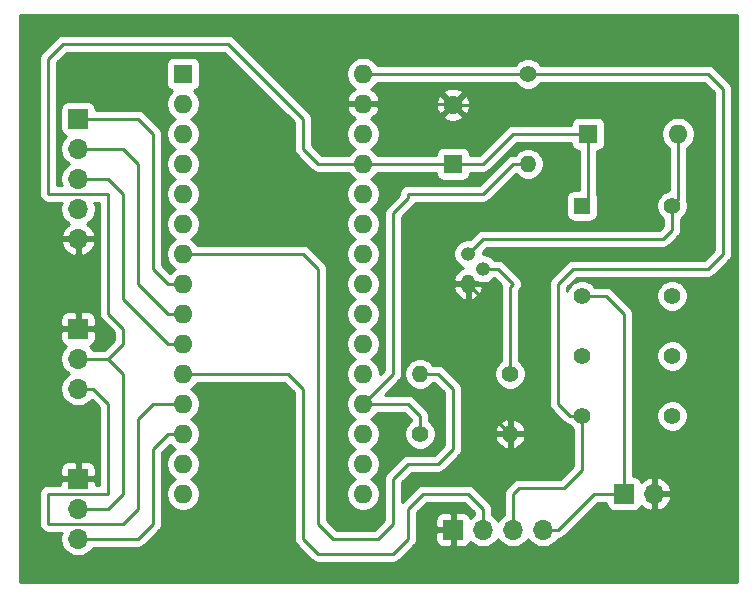
<source format=gbr>
G04 #@! TF.GenerationSoftware,KiCad,Pcbnew,5.1.8-db9833491~88~ubuntu18.04.1*
G04 #@! TF.CreationDate,2020-12-12T18:03:07+01:00*
G04 #@! TF.ProjectId,UselessBox,5573656c-6573-4734-926f-782e6b696361,rev?*
G04 #@! TF.SameCoordinates,Original*
G04 #@! TF.FileFunction,Copper,L2,Bot*
G04 #@! TF.FilePolarity,Positive*
%FSLAX46Y46*%
G04 Gerber Fmt 4.6, Leading zero omitted, Abs format (unit mm)*
G04 Created by KiCad (PCBNEW 5.1.8-db9833491~88~ubuntu18.04.1) date 2020-12-12 18:03:07*
%MOMM*%
%LPD*%
G01*
G04 APERTURE LIST*
G04 #@! TA.AperFunction,ComponentPad*
%ADD10O,1.200000X1.600000*%
G04 #@! TD*
G04 #@! TA.AperFunction,ComponentPad*
%ADD11O,1.200000X1.200000*%
G04 #@! TD*
G04 #@! TA.AperFunction,ComponentPad*
%ADD12C,1.600000*%
G04 #@! TD*
G04 #@! TA.AperFunction,ComponentPad*
%ADD13R,1.600000X1.600000*%
G04 #@! TD*
G04 #@! TA.AperFunction,ComponentPad*
%ADD14R,1.400000X1.400000*%
G04 #@! TD*
G04 #@! TA.AperFunction,ComponentPad*
%ADD15C,1.400000*%
G04 #@! TD*
G04 #@! TA.AperFunction,ComponentPad*
%ADD16O,1.600000X1.600000*%
G04 #@! TD*
G04 #@! TA.AperFunction,ComponentPad*
%ADD17R,1.700000X1.700000*%
G04 #@! TD*
G04 #@! TA.AperFunction,ComponentPad*
%ADD18O,1.700000X1.700000*%
G04 #@! TD*
G04 #@! TA.AperFunction,ComponentPad*
%ADD19O,1.400000X1.400000*%
G04 #@! TD*
G04 #@! TA.AperFunction,Conductor*
%ADD20C,0.250000*%
G04 #@! TD*
G04 #@! TA.AperFunction,Conductor*
%ADD21C,0.254000*%
G04 #@! TD*
G04 #@! TA.AperFunction,Conductor*
%ADD22C,0.100000*%
G04 #@! TD*
G04 APERTURE END LIST*
D10*
X119380000Y-99060000D03*
D11*
X120650000Y-97790000D03*
X119380000Y-96520000D03*
D12*
X118110000Y-83900000D03*
D13*
X118110000Y-88900000D03*
D14*
X129032000Y-92456000D03*
D15*
X136652000Y-92456000D03*
X129032000Y-105146000D03*
X129032000Y-110236000D03*
X129032000Y-100076000D03*
X136662000Y-105166000D03*
X136662000Y-110246000D03*
X136652000Y-100076000D03*
D13*
X95250000Y-81280000D03*
D16*
X110490000Y-114300000D03*
X95250000Y-83820000D03*
X110490000Y-111760000D03*
X95250000Y-86360000D03*
X110490000Y-109220000D03*
X95250000Y-88900000D03*
X110490000Y-106680000D03*
X95250000Y-91440000D03*
X110490000Y-104140000D03*
X95250000Y-93980000D03*
X110490000Y-101600000D03*
X95250000Y-96520000D03*
X110490000Y-99060000D03*
X95250000Y-99060000D03*
X110490000Y-96520000D03*
X95250000Y-101600000D03*
X110490000Y-93980000D03*
X95250000Y-104140000D03*
X110490000Y-91440000D03*
X95250000Y-106680000D03*
X110490000Y-88900000D03*
X95250000Y-109220000D03*
X110490000Y-86360000D03*
X95250000Y-111760000D03*
X110490000Y-83820000D03*
X95250000Y-114300000D03*
X110490000Y-81280000D03*
X95250000Y-116840000D03*
X110490000Y-116840000D03*
D13*
X129540000Y-86360000D03*
D16*
X137160000Y-86360000D03*
D17*
X132588000Y-116840000D03*
D18*
X135128000Y-116840000D03*
D17*
X86360000Y-102870000D03*
D18*
X86360000Y-105410000D03*
X86360000Y-107950000D03*
X86360000Y-120650000D03*
X86360000Y-118110000D03*
D17*
X86360000Y-115570000D03*
X86360000Y-85090000D03*
D18*
X86360000Y-87630000D03*
X86360000Y-90170000D03*
X86360000Y-92710000D03*
X86360000Y-95250000D03*
D15*
X124460000Y-81280000D03*
D19*
X124460000Y-88900000D03*
X122936000Y-111760000D03*
D15*
X115316000Y-111760000D03*
X122936000Y-106680000D03*
D19*
X115316000Y-106680000D03*
D17*
X118110000Y-119888000D03*
D18*
X120650000Y-119888000D03*
X123190000Y-119888000D03*
X125730000Y-119888000D03*
D20*
X124460000Y-88900000D02*
X123190000Y-88900000D01*
X123190000Y-88900000D02*
X120650000Y-91440000D01*
X120650000Y-91440000D02*
X114300000Y-91440000D01*
X114300000Y-91835002D02*
X113030000Y-93105002D01*
X114300000Y-91440000D02*
X114300000Y-91835002D01*
X113030000Y-106680000D02*
X110490000Y-109220000D01*
X113030000Y-93105002D02*
X113030000Y-106680000D01*
X110490000Y-109220000D02*
X113030000Y-109220000D01*
X115316000Y-111760000D02*
X115316000Y-110236000D01*
X114300000Y-109220000D02*
X113030000Y-109220000D01*
X115316000Y-110236000D02*
X114300000Y-109220000D01*
X105410000Y-96520000D02*
X95250000Y-96520000D01*
X113030000Y-119380000D02*
X111760000Y-120650000D01*
X111760000Y-120650000D02*
X107950000Y-120650000D01*
X113030000Y-115570000D02*
X113030000Y-119380000D01*
X106680000Y-97790000D02*
X105410000Y-96520000D01*
X116840000Y-106680000D02*
X118110000Y-107950000D01*
X114300000Y-114300000D02*
X113030000Y-115570000D01*
X115316000Y-106680000D02*
X116840000Y-106680000D01*
X118110000Y-107950000D02*
X118110000Y-113030000D01*
X118110000Y-113030000D02*
X116840000Y-114300000D01*
X106680000Y-119380000D02*
X106680000Y-97790000D01*
X107950000Y-120650000D02*
X106680000Y-119380000D01*
X116840000Y-114300000D02*
X114300000Y-114300000D01*
X91440000Y-85090000D02*
X86360000Y-85090000D01*
X92710000Y-97790000D02*
X92710000Y-86360000D01*
X92710000Y-86360000D02*
X91440000Y-85090000D01*
X95250000Y-99060000D02*
X93980000Y-99060000D01*
X93980000Y-99060000D02*
X92710000Y-97790000D01*
X95250000Y-101600000D02*
X93980000Y-101600000D01*
X93980000Y-101600000D02*
X91440000Y-99060000D01*
X91440000Y-99060000D02*
X91440000Y-88900000D01*
X91440000Y-88900000D02*
X90170000Y-87630000D01*
X90170000Y-87630000D02*
X86360000Y-87630000D01*
X95250000Y-104140000D02*
X93980000Y-104140000D01*
X93980000Y-104140000D02*
X90170000Y-100330000D01*
X90170000Y-100330000D02*
X90170000Y-91440000D01*
X90170000Y-91440000D02*
X88900000Y-90170000D01*
X88900000Y-90170000D02*
X86360000Y-90170000D01*
X120650000Y-119888000D02*
X120650000Y-118110000D01*
X120650000Y-118110000D02*
X119380000Y-116840000D01*
X119380000Y-116840000D02*
X115570000Y-116840000D01*
X115570000Y-116840000D02*
X114300000Y-118110000D01*
X114300000Y-118110000D02*
X114300000Y-120650000D01*
X114300000Y-120650000D02*
X113030000Y-121920000D01*
X113030000Y-121920000D02*
X106680000Y-121920000D01*
X106680000Y-121920000D02*
X105410000Y-120650000D01*
X105410000Y-120650000D02*
X105410000Y-107950000D01*
X105410000Y-107950000D02*
X104140000Y-106680000D01*
X104140000Y-106680000D02*
X95250000Y-106680000D01*
X86360000Y-105410000D02*
X88900000Y-105410000D01*
X88900000Y-105410000D02*
X90170000Y-106680000D01*
X90170000Y-106680000D02*
X90170000Y-116840000D01*
X90170000Y-116840000D02*
X88900000Y-118110000D01*
X88900000Y-118110000D02*
X86360000Y-118110000D01*
X129540000Y-91948000D02*
X129032000Y-92456000D01*
X129540000Y-86360000D02*
X129540000Y-91948000D01*
X110490000Y-88900000D02*
X118110000Y-88900000D01*
X120650000Y-88900000D02*
X118110000Y-88900000D01*
X129540000Y-86360000D02*
X123190000Y-86360000D01*
X123190000Y-86360000D02*
X120650000Y-88900000D01*
X88900000Y-105410000D02*
X90170000Y-104140000D01*
X90170000Y-104140000D02*
X90170000Y-102870000D01*
X90170000Y-102870000D02*
X88900000Y-101600000D01*
X88900000Y-101600000D02*
X88900000Y-91440000D01*
X88900000Y-91440000D02*
X83820000Y-91440000D01*
X83820000Y-91440000D02*
X83820000Y-80010000D01*
X83820000Y-80010000D02*
X85090000Y-78740000D01*
X85090000Y-78740000D02*
X99060000Y-78740000D01*
X99060000Y-78740000D02*
X105410000Y-85090000D01*
X105410000Y-85090000D02*
X105410000Y-87630000D01*
X105410000Y-87630000D02*
X106680000Y-88900000D01*
X106680000Y-88900000D02*
X110490000Y-88900000D01*
X90170000Y-119380000D02*
X91440000Y-118110000D01*
X87630000Y-107950000D02*
X88900000Y-109220000D01*
X92710000Y-109220000D02*
X95250000Y-109220000D01*
X88900000Y-109220000D02*
X88900000Y-116840000D01*
X83820000Y-119380000D02*
X90170000Y-119380000D01*
X91440000Y-110490000D02*
X92710000Y-109220000D01*
X91440000Y-118110000D02*
X91440000Y-110490000D01*
X86360000Y-107950000D02*
X87630000Y-107950000D01*
X88900000Y-116840000D02*
X83820000Y-116840000D01*
X83820000Y-116840000D02*
X83820000Y-119380000D01*
X95250000Y-111760000D02*
X93980000Y-111760000D01*
X93980000Y-111760000D02*
X92710000Y-113030000D01*
X92710000Y-113030000D02*
X92710000Y-119380000D01*
X92710000Y-119380000D02*
X91440000Y-120650000D01*
X91440000Y-120650000D02*
X86360000Y-120650000D01*
X82550000Y-78740000D02*
X82550000Y-93980000D01*
X82550000Y-93980000D02*
X83820000Y-95250000D01*
X83820000Y-95250000D02*
X86360000Y-95250000D01*
X83820000Y-95250000D02*
X82550000Y-96520000D01*
X82550000Y-96520000D02*
X82550000Y-101600000D01*
X82550000Y-101600000D02*
X83820000Y-102870000D01*
X86360000Y-102870000D02*
X83820000Y-102870000D01*
X83820000Y-102870000D02*
X82550000Y-104140000D01*
X82550000Y-104140000D02*
X82550000Y-114300000D01*
X83820000Y-115570000D02*
X86360000Y-115570000D01*
X82550000Y-114300000D02*
X83820000Y-115570000D01*
X118030000Y-83820000D02*
X118110000Y-83900000D01*
X110490000Y-83820000D02*
X118030000Y-83820000D01*
X126920000Y-83900000D02*
X128270000Y-82550000D01*
X118110000Y-83900000D02*
X126920000Y-83900000D01*
X128270000Y-82550000D02*
X138430000Y-82550000D01*
X138430000Y-82550000D02*
X139700000Y-83820000D01*
X139700000Y-83820000D02*
X139700000Y-95250000D01*
X139700000Y-95250000D02*
X138430000Y-96520000D01*
X138430000Y-96520000D02*
X127000000Y-96520000D01*
X127000000Y-96520000D02*
X125730000Y-97790000D01*
X125730000Y-97790000D02*
X125730000Y-110490000D01*
X124460000Y-111760000D02*
X122936000Y-111760000D01*
X125730000Y-110490000D02*
X124460000Y-111760000D01*
X122936000Y-111760000D02*
X120650000Y-109474000D01*
X120650000Y-100330000D02*
X119380000Y-99060000D01*
X120650000Y-109474000D02*
X120650000Y-100330000D01*
X83820000Y-115570000D02*
X82550000Y-116840000D01*
X82550000Y-116840000D02*
X82550000Y-121920000D01*
X82550000Y-121920000D02*
X83820000Y-123190000D01*
X83820000Y-123190000D02*
X116840000Y-123190000D01*
X116840000Y-123190000D02*
X118110000Y-121920000D01*
X118110000Y-121920000D02*
X118110000Y-119888000D01*
X135128000Y-116840000D02*
X135128000Y-122682000D01*
X135128000Y-122682000D02*
X134620000Y-123190000D01*
X119380000Y-123190000D02*
X118110000Y-121920000D01*
X134620000Y-123190000D02*
X119380000Y-123190000D01*
X105410000Y-83820000D02*
X110490000Y-83820000D01*
X99060000Y-77470000D02*
X105410000Y-83820000D01*
X82550000Y-78740000D02*
X83820000Y-77470000D01*
X83820000Y-77470000D02*
X99060000Y-77470000D01*
X129032000Y-114808000D02*
X129032000Y-110236000D01*
X127508000Y-116332000D02*
X129032000Y-114808000D01*
X125476000Y-81280000D02*
X110490000Y-81280000D01*
X125476000Y-81280000D02*
X127000000Y-81280000D01*
X127000000Y-81280000D02*
X126746000Y-81280000D01*
X139700000Y-81280000D02*
X127000000Y-81280000D01*
X140970000Y-82550000D02*
X139700000Y-81280000D01*
X140970000Y-96520000D02*
X140970000Y-82550000D01*
X129032000Y-110236000D02*
X128016000Y-110236000D01*
X127000000Y-109220000D02*
X127000000Y-99060000D01*
X128016000Y-110236000D02*
X127000000Y-109220000D01*
X127000000Y-99060000D02*
X128270000Y-97790000D01*
X128270000Y-97790000D02*
X139700000Y-97790000D01*
X139700000Y-97790000D02*
X140970000Y-96520000D01*
X127508000Y-116332000D02*
X123698000Y-116332000D01*
X123190000Y-116840000D02*
X123190000Y-119888000D01*
X123698000Y-116332000D02*
X123190000Y-116840000D01*
X137160000Y-91948000D02*
X136652000Y-92456000D01*
X137160000Y-86360000D02*
X137160000Y-91948000D01*
X136652000Y-92456000D02*
X136652000Y-94488000D01*
X136652000Y-94488000D02*
X135890000Y-95250000D01*
X120650000Y-95250000D02*
X119380000Y-96520000D01*
X135890000Y-95250000D02*
X120650000Y-95250000D01*
X130048000Y-116840000D02*
X132588000Y-116840000D01*
X127000000Y-119888000D02*
X130048000Y-116840000D01*
X132588000Y-116840000D02*
X132588000Y-101600000D01*
X131064000Y-100076000D02*
X129032000Y-100076000D01*
X132588000Y-101600000D02*
X131064000Y-100076000D01*
X125730000Y-119888000D02*
X127000000Y-119888000D01*
X120650000Y-97790000D02*
X121920000Y-97790000D01*
X121920000Y-97790000D02*
X123190000Y-99060000D01*
X122936000Y-99314000D02*
X122936000Y-106680000D01*
X123190000Y-99060000D02*
X122936000Y-99314000D01*
D21*
X142113000Y-124333000D02*
X81407000Y-124333000D01*
X81407000Y-114720000D01*
X84871928Y-114720000D01*
X84875000Y-115284250D01*
X85033750Y-115443000D01*
X86233000Y-115443000D01*
X86233000Y-114243750D01*
X86487000Y-114243750D01*
X86487000Y-115443000D01*
X87686250Y-115443000D01*
X87845000Y-115284250D01*
X87848072Y-114720000D01*
X87835812Y-114595518D01*
X87799502Y-114475820D01*
X87740537Y-114365506D01*
X87661185Y-114268815D01*
X87564494Y-114189463D01*
X87454180Y-114130498D01*
X87334482Y-114094188D01*
X87210000Y-114081928D01*
X86645750Y-114085000D01*
X86487000Y-114243750D01*
X86233000Y-114243750D01*
X86074250Y-114085000D01*
X85510000Y-114081928D01*
X85385518Y-114094188D01*
X85265820Y-114130498D01*
X85155506Y-114189463D01*
X85058815Y-114268815D01*
X84979463Y-114365506D01*
X84920498Y-114475820D01*
X84884188Y-114595518D01*
X84871928Y-114720000D01*
X81407000Y-114720000D01*
X81407000Y-102020000D01*
X84871928Y-102020000D01*
X84875000Y-102584250D01*
X85033750Y-102743000D01*
X86233000Y-102743000D01*
X86233000Y-101543750D01*
X86487000Y-101543750D01*
X86487000Y-102743000D01*
X87686250Y-102743000D01*
X87845000Y-102584250D01*
X87848072Y-102020000D01*
X87835812Y-101895518D01*
X87799502Y-101775820D01*
X87740537Y-101665506D01*
X87661185Y-101568815D01*
X87564494Y-101489463D01*
X87454180Y-101430498D01*
X87334482Y-101394188D01*
X87210000Y-101381928D01*
X86645750Y-101385000D01*
X86487000Y-101543750D01*
X86233000Y-101543750D01*
X86074250Y-101385000D01*
X85510000Y-101381928D01*
X85385518Y-101394188D01*
X85265820Y-101430498D01*
X85155506Y-101489463D01*
X85058815Y-101568815D01*
X84979463Y-101665506D01*
X84920498Y-101775820D01*
X84884188Y-101895518D01*
X84871928Y-102020000D01*
X81407000Y-102020000D01*
X81407000Y-95606890D01*
X84918524Y-95606890D01*
X84963175Y-95754099D01*
X85088359Y-96016920D01*
X85262412Y-96250269D01*
X85478645Y-96445178D01*
X85728748Y-96594157D01*
X86003109Y-96691481D01*
X86233000Y-96570814D01*
X86233000Y-95377000D01*
X86487000Y-95377000D01*
X86487000Y-96570814D01*
X86716891Y-96691481D01*
X86991252Y-96594157D01*
X87241355Y-96445178D01*
X87457588Y-96250269D01*
X87631641Y-96016920D01*
X87756825Y-95754099D01*
X87801476Y-95606890D01*
X87680155Y-95377000D01*
X86487000Y-95377000D01*
X86233000Y-95377000D01*
X85039845Y-95377000D01*
X84918524Y-95606890D01*
X81407000Y-95606890D01*
X81407000Y-91440000D01*
X83056323Y-91440000D01*
X83070997Y-91588986D01*
X83114454Y-91732247D01*
X83185026Y-91864276D01*
X83279999Y-91980001D01*
X83395724Y-92074974D01*
X83527753Y-92145546D01*
X83671014Y-92189003D01*
X83820000Y-92203677D01*
X83857333Y-92200000D01*
X84963897Y-92200000D01*
X84932068Y-92276842D01*
X84875000Y-92563740D01*
X84875000Y-92856260D01*
X84932068Y-93143158D01*
X85044010Y-93413411D01*
X85206525Y-93656632D01*
X85413368Y-93863475D01*
X85595534Y-93985195D01*
X85478645Y-94054822D01*
X85262412Y-94249731D01*
X85088359Y-94483080D01*
X84963175Y-94745901D01*
X84918524Y-94893110D01*
X85039845Y-95123000D01*
X86233000Y-95123000D01*
X86233000Y-95103000D01*
X86487000Y-95103000D01*
X86487000Y-95123000D01*
X87680155Y-95123000D01*
X87801476Y-94893110D01*
X87756825Y-94745901D01*
X87631641Y-94483080D01*
X87457588Y-94249731D01*
X87241355Y-94054822D01*
X87124466Y-93985195D01*
X87306632Y-93863475D01*
X87513475Y-93656632D01*
X87675990Y-93413411D01*
X87787932Y-93143158D01*
X87845000Y-92856260D01*
X87845000Y-92563740D01*
X87787932Y-92276842D01*
X87756103Y-92200000D01*
X88140001Y-92200000D01*
X88140000Y-101562678D01*
X88136324Y-101600000D01*
X88140000Y-101637322D01*
X88140000Y-101637332D01*
X88150997Y-101748985D01*
X88194454Y-101892246D01*
X88265026Y-102024276D01*
X88304871Y-102072826D01*
X88359999Y-102140001D01*
X88389003Y-102163804D01*
X89410001Y-103184803D01*
X89410000Y-103825198D01*
X88585199Y-104650000D01*
X87638178Y-104650000D01*
X87513475Y-104463368D01*
X87381620Y-104331513D01*
X87454180Y-104309502D01*
X87564494Y-104250537D01*
X87661185Y-104171185D01*
X87740537Y-104074494D01*
X87799502Y-103964180D01*
X87835812Y-103844482D01*
X87848072Y-103720000D01*
X87845000Y-103155750D01*
X87686250Y-102997000D01*
X86487000Y-102997000D01*
X86487000Y-103017000D01*
X86233000Y-103017000D01*
X86233000Y-102997000D01*
X85033750Y-102997000D01*
X84875000Y-103155750D01*
X84871928Y-103720000D01*
X84884188Y-103844482D01*
X84920498Y-103964180D01*
X84979463Y-104074494D01*
X85058815Y-104171185D01*
X85155506Y-104250537D01*
X85265820Y-104309502D01*
X85338380Y-104331513D01*
X85206525Y-104463368D01*
X85044010Y-104706589D01*
X84932068Y-104976842D01*
X84875000Y-105263740D01*
X84875000Y-105556260D01*
X84932068Y-105843158D01*
X85044010Y-106113411D01*
X85206525Y-106356632D01*
X85413368Y-106563475D01*
X85587760Y-106680000D01*
X85413368Y-106796525D01*
X85206525Y-107003368D01*
X85044010Y-107246589D01*
X84932068Y-107516842D01*
X84875000Y-107803740D01*
X84875000Y-108096260D01*
X84932068Y-108383158D01*
X85044010Y-108653411D01*
X85206525Y-108896632D01*
X85413368Y-109103475D01*
X85656589Y-109265990D01*
X85926842Y-109377932D01*
X86213740Y-109435000D01*
X86506260Y-109435000D01*
X86793158Y-109377932D01*
X87063411Y-109265990D01*
X87306632Y-109103475D01*
X87507653Y-108902454D01*
X88140000Y-109534802D01*
X88140001Y-116080000D01*
X87846221Y-116080000D01*
X87845000Y-115855750D01*
X87686250Y-115697000D01*
X86487000Y-115697000D01*
X86487000Y-115717000D01*
X86233000Y-115717000D01*
X86233000Y-115697000D01*
X85033750Y-115697000D01*
X84875000Y-115855750D01*
X84873779Y-116080000D01*
X83857333Y-116080000D01*
X83820000Y-116076323D01*
X83782667Y-116080000D01*
X83671014Y-116090997D01*
X83527753Y-116134454D01*
X83395724Y-116205026D01*
X83279999Y-116299999D01*
X83185026Y-116415724D01*
X83114454Y-116547753D01*
X83070997Y-116691014D01*
X83056323Y-116840000D01*
X83060000Y-116877332D01*
X83060001Y-119342657D01*
X83056323Y-119380000D01*
X83070997Y-119528986D01*
X83114454Y-119672247D01*
X83185026Y-119804276D01*
X83279999Y-119920001D01*
X83395724Y-120014974D01*
X83527753Y-120085546D01*
X83671014Y-120129003D01*
X83782667Y-120140000D01*
X83820000Y-120143677D01*
X83857333Y-120140000D01*
X84963897Y-120140000D01*
X84932068Y-120216842D01*
X84875000Y-120503740D01*
X84875000Y-120796260D01*
X84932068Y-121083158D01*
X85044010Y-121353411D01*
X85206525Y-121596632D01*
X85413368Y-121803475D01*
X85656589Y-121965990D01*
X85926842Y-122077932D01*
X86213740Y-122135000D01*
X86506260Y-122135000D01*
X86793158Y-122077932D01*
X87063411Y-121965990D01*
X87306632Y-121803475D01*
X87513475Y-121596632D01*
X87638178Y-121410000D01*
X91402678Y-121410000D01*
X91440000Y-121413676D01*
X91477322Y-121410000D01*
X91477333Y-121410000D01*
X91588986Y-121399003D01*
X91732247Y-121355546D01*
X91864276Y-121284974D01*
X91980001Y-121190001D01*
X92003804Y-121160997D01*
X93221003Y-119943799D01*
X93250001Y-119920001D01*
X93344974Y-119804276D01*
X93415546Y-119672247D01*
X93459003Y-119528986D01*
X93470000Y-119417333D01*
X93470000Y-119417324D01*
X93473676Y-119380001D01*
X93470000Y-119342678D01*
X93470000Y-113344801D01*
X94137703Y-112677099D01*
X94335241Y-112874637D01*
X94567759Y-113030000D01*
X94335241Y-113185363D01*
X94135363Y-113385241D01*
X93978320Y-113620273D01*
X93870147Y-113881426D01*
X93815000Y-114158665D01*
X93815000Y-114441335D01*
X93870147Y-114718574D01*
X93978320Y-114979727D01*
X94135363Y-115214759D01*
X94335241Y-115414637D01*
X94567759Y-115570000D01*
X94335241Y-115725363D01*
X94135363Y-115925241D01*
X93978320Y-116160273D01*
X93870147Y-116421426D01*
X93815000Y-116698665D01*
X93815000Y-116981335D01*
X93870147Y-117258574D01*
X93978320Y-117519727D01*
X94135363Y-117754759D01*
X94335241Y-117954637D01*
X94570273Y-118111680D01*
X94831426Y-118219853D01*
X95108665Y-118275000D01*
X95391335Y-118275000D01*
X95668574Y-118219853D01*
X95929727Y-118111680D01*
X96164759Y-117954637D01*
X96364637Y-117754759D01*
X96521680Y-117519727D01*
X96629853Y-117258574D01*
X96685000Y-116981335D01*
X96685000Y-116698665D01*
X96629853Y-116421426D01*
X96521680Y-116160273D01*
X96364637Y-115925241D01*
X96164759Y-115725363D01*
X95932241Y-115570000D01*
X96164759Y-115414637D01*
X96364637Y-115214759D01*
X96521680Y-114979727D01*
X96629853Y-114718574D01*
X96685000Y-114441335D01*
X96685000Y-114158665D01*
X96629853Y-113881426D01*
X96521680Y-113620273D01*
X96364637Y-113385241D01*
X96164759Y-113185363D01*
X95932241Y-113030000D01*
X96164759Y-112874637D01*
X96364637Y-112674759D01*
X96521680Y-112439727D01*
X96629853Y-112178574D01*
X96685000Y-111901335D01*
X96685000Y-111618665D01*
X96629853Y-111341426D01*
X96521680Y-111080273D01*
X96364637Y-110845241D01*
X96164759Y-110645363D01*
X95932241Y-110490000D01*
X96164759Y-110334637D01*
X96364637Y-110134759D01*
X96521680Y-109899727D01*
X96629853Y-109638574D01*
X96685000Y-109361335D01*
X96685000Y-109078665D01*
X96629853Y-108801426D01*
X96521680Y-108540273D01*
X96364637Y-108305241D01*
X96164759Y-108105363D01*
X95932241Y-107950000D01*
X96164759Y-107794637D01*
X96364637Y-107594759D01*
X96468043Y-107440000D01*
X103825199Y-107440000D01*
X104650001Y-108264803D01*
X104650000Y-120612678D01*
X104646324Y-120650000D01*
X104650000Y-120687322D01*
X104650000Y-120687332D01*
X104660997Y-120798985D01*
X104704454Y-120942246D01*
X104775026Y-121074276D01*
X104814871Y-121122826D01*
X104869999Y-121190001D01*
X104899003Y-121213804D01*
X106116201Y-122431003D01*
X106139999Y-122460001D01*
X106255724Y-122554974D01*
X106387753Y-122625546D01*
X106531014Y-122669003D01*
X106642667Y-122680000D01*
X106642676Y-122680000D01*
X106679999Y-122683676D01*
X106717322Y-122680000D01*
X112992678Y-122680000D01*
X113030000Y-122683676D01*
X113067322Y-122680000D01*
X113067333Y-122680000D01*
X113178986Y-122669003D01*
X113322247Y-122625546D01*
X113454276Y-122554974D01*
X113570001Y-122460001D01*
X113593804Y-122430997D01*
X114811003Y-121213799D01*
X114840001Y-121190001D01*
X114934974Y-121074276D01*
X115005546Y-120942247D01*
X115049003Y-120798986D01*
X115055009Y-120738000D01*
X116621928Y-120738000D01*
X116634188Y-120862482D01*
X116670498Y-120982180D01*
X116729463Y-121092494D01*
X116808815Y-121189185D01*
X116905506Y-121268537D01*
X117015820Y-121327502D01*
X117135518Y-121363812D01*
X117260000Y-121376072D01*
X117824250Y-121373000D01*
X117983000Y-121214250D01*
X117983000Y-120015000D01*
X116783750Y-120015000D01*
X116625000Y-120173750D01*
X116621928Y-120738000D01*
X115055009Y-120738000D01*
X115060000Y-120687333D01*
X115060000Y-120687324D01*
X115063676Y-120650001D01*
X115060000Y-120612678D01*
X115060000Y-119038000D01*
X116621928Y-119038000D01*
X116625000Y-119602250D01*
X116783750Y-119761000D01*
X117983000Y-119761000D01*
X117983000Y-118561750D01*
X117824250Y-118403000D01*
X117260000Y-118399928D01*
X117135518Y-118412188D01*
X117015820Y-118448498D01*
X116905506Y-118507463D01*
X116808815Y-118586815D01*
X116729463Y-118683506D01*
X116670498Y-118793820D01*
X116634188Y-118913518D01*
X116621928Y-119038000D01*
X115060000Y-119038000D01*
X115060000Y-118424801D01*
X115884802Y-117600000D01*
X119065199Y-117600000D01*
X119890001Y-118424803D01*
X119890001Y-118609821D01*
X119703368Y-118734525D01*
X119571513Y-118866380D01*
X119549502Y-118793820D01*
X119490537Y-118683506D01*
X119411185Y-118586815D01*
X119314494Y-118507463D01*
X119204180Y-118448498D01*
X119084482Y-118412188D01*
X118960000Y-118399928D01*
X118395750Y-118403000D01*
X118237000Y-118561750D01*
X118237000Y-119761000D01*
X118257000Y-119761000D01*
X118257000Y-120015000D01*
X118237000Y-120015000D01*
X118237000Y-121214250D01*
X118395750Y-121373000D01*
X118960000Y-121376072D01*
X119084482Y-121363812D01*
X119204180Y-121327502D01*
X119314494Y-121268537D01*
X119411185Y-121189185D01*
X119490537Y-121092494D01*
X119549502Y-120982180D01*
X119571513Y-120909620D01*
X119703368Y-121041475D01*
X119946589Y-121203990D01*
X120216842Y-121315932D01*
X120503740Y-121373000D01*
X120796260Y-121373000D01*
X121083158Y-121315932D01*
X121353411Y-121203990D01*
X121596632Y-121041475D01*
X121803475Y-120834632D01*
X121920000Y-120660240D01*
X122036525Y-120834632D01*
X122243368Y-121041475D01*
X122486589Y-121203990D01*
X122756842Y-121315932D01*
X123043740Y-121373000D01*
X123336260Y-121373000D01*
X123623158Y-121315932D01*
X123893411Y-121203990D01*
X124136632Y-121041475D01*
X124343475Y-120834632D01*
X124460000Y-120660240D01*
X124576525Y-120834632D01*
X124783368Y-121041475D01*
X125026589Y-121203990D01*
X125296842Y-121315932D01*
X125583740Y-121373000D01*
X125876260Y-121373000D01*
X126163158Y-121315932D01*
X126433411Y-121203990D01*
X126676632Y-121041475D01*
X126883475Y-120834632D01*
X127006125Y-120651073D01*
X127037322Y-120648000D01*
X127037333Y-120648000D01*
X127148986Y-120637003D01*
X127292247Y-120593546D01*
X127424276Y-120522974D01*
X127540001Y-120428001D01*
X127563804Y-120398997D01*
X130362802Y-117600000D01*
X131099928Y-117600000D01*
X131099928Y-117690000D01*
X131112188Y-117814482D01*
X131148498Y-117934180D01*
X131207463Y-118044494D01*
X131286815Y-118141185D01*
X131383506Y-118220537D01*
X131493820Y-118279502D01*
X131613518Y-118315812D01*
X131738000Y-118328072D01*
X133438000Y-118328072D01*
X133562482Y-118315812D01*
X133682180Y-118279502D01*
X133792494Y-118220537D01*
X133889185Y-118141185D01*
X133968537Y-118044494D01*
X134027502Y-117934180D01*
X134051966Y-117853534D01*
X134127731Y-117937588D01*
X134361080Y-118111641D01*
X134623901Y-118236825D01*
X134771110Y-118281476D01*
X135001000Y-118160155D01*
X135001000Y-116967000D01*
X135255000Y-116967000D01*
X135255000Y-118160155D01*
X135484890Y-118281476D01*
X135632099Y-118236825D01*
X135894920Y-118111641D01*
X136128269Y-117937588D01*
X136323178Y-117721355D01*
X136472157Y-117471252D01*
X136569481Y-117196891D01*
X136448814Y-116967000D01*
X135255000Y-116967000D01*
X135001000Y-116967000D01*
X134981000Y-116967000D01*
X134981000Y-116713000D01*
X135001000Y-116713000D01*
X135001000Y-115519845D01*
X135255000Y-115519845D01*
X135255000Y-116713000D01*
X136448814Y-116713000D01*
X136569481Y-116483109D01*
X136472157Y-116208748D01*
X136323178Y-115958645D01*
X136128269Y-115742412D01*
X135894920Y-115568359D01*
X135632099Y-115443175D01*
X135484890Y-115398524D01*
X135255000Y-115519845D01*
X135001000Y-115519845D01*
X134771110Y-115398524D01*
X134623901Y-115443175D01*
X134361080Y-115568359D01*
X134127731Y-115742412D01*
X134051966Y-115826466D01*
X134027502Y-115745820D01*
X133968537Y-115635506D01*
X133889185Y-115538815D01*
X133792494Y-115459463D01*
X133682180Y-115400498D01*
X133562482Y-115364188D01*
X133438000Y-115351928D01*
X133348000Y-115351928D01*
X133348000Y-110114514D01*
X135327000Y-110114514D01*
X135327000Y-110377486D01*
X135378304Y-110635405D01*
X135478939Y-110878359D01*
X135625038Y-111097013D01*
X135810987Y-111282962D01*
X136029641Y-111429061D01*
X136272595Y-111529696D01*
X136530514Y-111581000D01*
X136793486Y-111581000D01*
X137051405Y-111529696D01*
X137294359Y-111429061D01*
X137513013Y-111282962D01*
X137698962Y-111097013D01*
X137845061Y-110878359D01*
X137945696Y-110635405D01*
X137997000Y-110377486D01*
X137997000Y-110114514D01*
X137945696Y-109856595D01*
X137845061Y-109613641D01*
X137698962Y-109394987D01*
X137513013Y-109209038D01*
X137294359Y-109062939D01*
X137051405Y-108962304D01*
X136793486Y-108911000D01*
X136530514Y-108911000D01*
X136272595Y-108962304D01*
X136029641Y-109062939D01*
X135810987Y-109209038D01*
X135625038Y-109394987D01*
X135478939Y-109613641D01*
X135378304Y-109856595D01*
X135327000Y-110114514D01*
X133348000Y-110114514D01*
X133348000Y-105034514D01*
X135327000Y-105034514D01*
X135327000Y-105297486D01*
X135378304Y-105555405D01*
X135478939Y-105798359D01*
X135625038Y-106017013D01*
X135810987Y-106202962D01*
X136029641Y-106349061D01*
X136272595Y-106449696D01*
X136530514Y-106501000D01*
X136793486Y-106501000D01*
X137051405Y-106449696D01*
X137294359Y-106349061D01*
X137513013Y-106202962D01*
X137698962Y-106017013D01*
X137845061Y-105798359D01*
X137945696Y-105555405D01*
X137997000Y-105297486D01*
X137997000Y-105034514D01*
X137945696Y-104776595D01*
X137845061Y-104533641D01*
X137698962Y-104314987D01*
X137513013Y-104129038D01*
X137294359Y-103982939D01*
X137051405Y-103882304D01*
X136793486Y-103831000D01*
X136530514Y-103831000D01*
X136272595Y-103882304D01*
X136029641Y-103982939D01*
X135810987Y-104129038D01*
X135625038Y-104314987D01*
X135478939Y-104533641D01*
X135378304Y-104776595D01*
X135327000Y-105034514D01*
X133348000Y-105034514D01*
X133348000Y-101637322D01*
X133351676Y-101599999D01*
X133348000Y-101562676D01*
X133348000Y-101562667D01*
X133337003Y-101451014D01*
X133293546Y-101307753D01*
X133222974Y-101175724D01*
X133171467Y-101112962D01*
X133151799Y-101088996D01*
X133151795Y-101088992D01*
X133128001Y-101059999D01*
X133099008Y-101036205D01*
X132007316Y-99944514D01*
X135317000Y-99944514D01*
X135317000Y-100207486D01*
X135368304Y-100465405D01*
X135468939Y-100708359D01*
X135615038Y-100927013D01*
X135800987Y-101112962D01*
X136019641Y-101259061D01*
X136262595Y-101359696D01*
X136520514Y-101411000D01*
X136783486Y-101411000D01*
X137041405Y-101359696D01*
X137284359Y-101259061D01*
X137503013Y-101112962D01*
X137688962Y-100927013D01*
X137835061Y-100708359D01*
X137935696Y-100465405D01*
X137987000Y-100207486D01*
X137987000Y-99944514D01*
X137935696Y-99686595D01*
X137835061Y-99443641D01*
X137688962Y-99224987D01*
X137503013Y-99039038D01*
X137284359Y-98892939D01*
X137041405Y-98792304D01*
X136783486Y-98741000D01*
X136520514Y-98741000D01*
X136262595Y-98792304D01*
X136019641Y-98892939D01*
X135800987Y-99039038D01*
X135615038Y-99224987D01*
X135468939Y-99443641D01*
X135368304Y-99686595D01*
X135317000Y-99944514D01*
X132007316Y-99944514D01*
X131627803Y-99565002D01*
X131604001Y-99535999D01*
X131488276Y-99441026D01*
X131356247Y-99370454D01*
X131212986Y-99326997D01*
X131101333Y-99316000D01*
X131101322Y-99316000D01*
X131064000Y-99312324D01*
X131026678Y-99316000D01*
X130129775Y-99316000D01*
X130068962Y-99224987D01*
X129883013Y-99039038D01*
X129664359Y-98892939D01*
X129421405Y-98792304D01*
X129163486Y-98741000D01*
X128900514Y-98741000D01*
X128642595Y-98792304D01*
X128399641Y-98892939D01*
X128180987Y-99039038D01*
X127995038Y-99224987D01*
X127848939Y-99443641D01*
X127760000Y-99658358D01*
X127760000Y-99374801D01*
X128584802Y-98550000D01*
X139662678Y-98550000D01*
X139700000Y-98553676D01*
X139737322Y-98550000D01*
X139737333Y-98550000D01*
X139848986Y-98539003D01*
X139992247Y-98495546D01*
X140124276Y-98424974D01*
X140240001Y-98330001D01*
X140263804Y-98300997D01*
X141481004Y-97083798D01*
X141510001Y-97060001D01*
X141604974Y-96944276D01*
X141675546Y-96812247D01*
X141719003Y-96668986D01*
X141730000Y-96557333D01*
X141730000Y-96557324D01*
X141733676Y-96520001D01*
X141730000Y-96482678D01*
X141730000Y-82587322D01*
X141733676Y-82549999D01*
X141730000Y-82512676D01*
X141730000Y-82512667D01*
X141719003Y-82401014D01*
X141675546Y-82257753D01*
X141604974Y-82125724D01*
X141510001Y-82009999D01*
X141481003Y-81986201D01*
X140263804Y-80769003D01*
X140240001Y-80739999D01*
X140124276Y-80645026D01*
X139992247Y-80574454D01*
X139848986Y-80530997D01*
X139737333Y-80520000D01*
X139737322Y-80520000D01*
X139700000Y-80516324D01*
X139662678Y-80520000D01*
X125557775Y-80520000D01*
X125496962Y-80428987D01*
X125311013Y-80243038D01*
X125092359Y-80096939D01*
X124849405Y-79996304D01*
X124591486Y-79945000D01*
X124328514Y-79945000D01*
X124070595Y-79996304D01*
X123827641Y-80096939D01*
X123608987Y-80243038D01*
X123423038Y-80428987D01*
X123362225Y-80520000D01*
X111708043Y-80520000D01*
X111604637Y-80365241D01*
X111404759Y-80165363D01*
X111169727Y-80008320D01*
X110908574Y-79900147D01*
X110631335Y-79845000D01*
X110348665Y-79845000D01*
X110071426Y-79900147D01*
X109810273Y-80008320D01*
X109575241Y-80165363D01*
X109375363Y-80365241D01*
X109218320Y-80600273D01*
X109110147Y-80861426D01*
X109055000Y-81138665D01*
X109055000Y-81421335D01*
X109110147Y-81698574D01*
X109218320Y-81959727D01*
X109375363Y-82194759D01*
X109575241Y-82394637D01*
X109810273Y-82551680D01*
X109820865Y-82556067D01*
X109634869Y-82667615D01*
X109426481Y-82856586D01*
X109258963Y-83082580D01*
X109138754Y-83336913D01*
X109098096Y-83470961D01*
X109220085Y-83693000D01*
X110363000Y-83693000D01*
X110363000Y-83673000D01*
X110617000Y-83673000D01*
X110617000Y-83693000D01*
X111759915Y-83693000D01*
X111881904Y-83470961D01*
X111841246Y-83336913D01*
X111721037Y-83082580D01*
X111591110Y-82907298D01*
X117296903Y-82907298D01*
X118110000Y-83720395D01*
X118923097Y-82907298D01*
X118851514Y-82663329D01*
X118596004Y-82542429D01*
X118321816Y-82473700D01*
X118039488Y-82459783D01*
X117759870Y-82501213D01*
X117493708Y-82596397D01*
X117368486Y-82663329D01*
X117296903Y-82907298D01*
X111591110Y-82907298D01*
X111553519Y-82856586D01*
X111345131Y-82667615D01*
X111159135Y-82556067D01*
X111169727Y-82551680D01*
X111404759Y-82394637D01*
X111604637Y-82194759D01*
X111708043Y-82040000D01*
X123362225Y-82040000D01*
X123423038Y-82131013D01*
X123608987Y-82316962D01*
X123827641Y-82463061D01*
X124070595Y-82563696D01*
X124328514Y-82615000D01*
X124591486Y-82615000D01*
X124849405Y-82563696D01*
X125092359Y-82463061D01*
X125311013Y-82316962D01*
X125496962Y-82131013D01*
X125557775Y-82040000D01*
X139385199Y-82040000D01*
X140210001Y-82864803D01*
X140210000Y-96205198D01*
X139385199Y-97030000D01*
X128307322Y-97030000D01*
X128269999Y-97026324D01*
X128232676Y-97030000D01*
X128232667Y-97030000D01*
X128121014Y-97040997D01*
X127977753Y-97084454D01*
X127845724Y-97155026D01*
X127729999Y-97249999D01*
X127706201Y-97278997D01*
X126488998Y-98496201D01*
X126460000Y-98519999D01*
X126436202Y-98548997D01*
X126436201Y-98548998D01*
X126365026Y-98635724D01*
X126294454Y-98767754D01*
X126264180Y-98867558D01*
X126250998Y-98911014D01*
X126248833Y-98933000D01*
X126236324Y-99060000D01*
X126240001Y-99097332D01*
X126240000Y-109182678D01*
X126236324Y-109220000D01*
X126240000Y-109257322D01*
X126240000Y-109257332D01*
X126250997Y-109368985D01*
X126282344Y-109472323D01*
X126294454Y-109512246D01*
X126365026Y-109644276D01*
X126404871Y-109692826D01*
X126459999Y-109760001D01*
X126489002Y-109783804D01*
X127452201Y-110747003D01*
X127475999Y-110776001D01*
X127504997Y-110799799D01*
X127591723Y-110870974D01*
X127662840Y-110908987D01*
X127723753Y-110941546D01*
X127867014Y-110985003D01*
X127931095Y-110991314D01*
X127995038Y-111087013D01*
X128180987Y-111272962D01*
X128272001Y-111333775D01*
X128272000Y-114493197D01*
X127193199Y-115572000D01*
X123735322Y-115572000D01*
X123697999Y-115568324D01*
X123660676Y-115572000D01*
X123660667Y-115572000D01*
X123549014Y-115582997D01*
X123405753Y-115626454D01*
X123273724Y-115697026D01*
X123157999Y-115791999D01*
X123134200Y-115820998D01*
X122679002Y-116276197D01*
X122649999Y-116299999D01*
X122594871Y-116367174D01*
X122555026Y-116415724D01*
X122520142Y-116480987D01*
X122484454Y-116547754D01*
X122440997Y-116691015D01*
X122430000Y-116802668D01*
X122430000Y-116802678D01*
X122426324Y-116840000D01*
X122430000Y-116877323D01*
X122430001Y-118609821D01*
X122243368Y-118734525D01*
X122036525Y-118941368D01*
X121920000Y-119115760D01*
X121803475Y-118941368D01*
X121596632Y-118734525D01*
X121410000Y-118609822D01*
X121410000Y-118147322D01*
X121413676Y-118109999D01*
X121410000Y-118072676D01*
X121410000Y-118072667D01*
X121399003Y-117961014D01*
X121355546Y-117817753D01*
X121284974Y-117685724D01*
X121190001Y-117569999D01*
X121161003Y-117546201D01*
X119943804Y-116329003D01*
X119920001Y-116299999D01*
X119804276Y-116205026D01*
X119672247Y-116134454D01*
X119528986Y-116090997D01*
X119417333Y-116080000D01*
X119417322Y-116080000D01*
X119380000Y-116076324D01*
X119342678Y-116080000D01*
X115607322Y-116080000D01*
X115569999Y-116076324D01*
X115532676Y-116080000D01*
X115532667Y-116080000D01*
X115421014Y-116090997D01*
X115277753Y-116134454D01*
X115145724Y-116205026D01*
X115029999Y-116299999D01*
X115006201Y-116328997D01*
X113790000Y-117545199D01*
X113790000Y-115884801D01*
X114614802Y-115060000D01*
X116802678Y-115060000D01*
X116840000Y-115063676D01*
X116877322Y-115060000D01*
X116877333Y-115060000D01*
X116988986Y-115049003D01*
X117132247Y-115005546D01*
X117264276Y-114934974D01*
X117380001Y-114840001D01*
X117403804Y-114810997D01*
X118621003Y-113593799D01*
X118650001Y-113570001D01*
X118744974Y-113454276D01*
X118815546Y-113322247D01*
X118859003Y-113178986D01*
X118870000Y-113067333D01*
X118870000Y-113067324D01*
X118873676Y-113030001D01*
X118870000Y-112992678D01*
X118870000Y-112093329D01*
X121643284Y-112093329D01*
X121675953Y-112201044D01*
X121786208Y-112438392D01*
X121940649Y-112649670D01*
X122133340Y-112826759D01*
X122356877Y-112962853D01*
X122602670Y-113052722D01*
X122809000Y-112930201D01*
X122809000Y-111887000D01*
X123063000Y-111887000D01*
X123063000Y-112930201D01*
X123269330Y-113052722D01*
X123515123Y-112962853D01*
X123738660Y-112826759D01*
X123931351Y-112649670D01*
X124085792Y-112438392D01*
X124196047Y-112201044D01*
X124228716Y-112093329D01*
X124105374Y-111887000D01*
X123063000Y-111887000D01*
X122809000Y-111887000D01*
X121766626Y-111887000D01*
X121643284Y-112093329D01*
X118870000Y-112093329D01*
X118870000Y-111426671D01*
X121643284Y-111426671D01*
X121766626Y-111633000D01*
X122809000Y-111633000D01*
X122809000Y-110589799D01*
X123063000Y-110589799D01*
X123063000Y-111633000D01*
X124105374Y-111633000D01*
X124228716Y-111426671D01*
X124196047Y-111318956D01*
X124085792Y-111081608D01*
X123931351Y-110870330D01*
X123738660Y-110693241D01*
X123515123Y-110557147D01*
X123269330Y-110467278D01*
X123063000Y-110589799D01*
X122809000Y-110589799D01*
X122602670Y-110467278D01*
X122356877Y-110557147D01*
X122133340Y-110693241D01*
X121940649Y-110870330D01*
X121786208Y-111081608D01*
X121675953Y-111318956D01*
X121643284Y-111426671D01*
X118870000Y-111426671D01*
X118870000Y-107987322D01*
X118873676Y-107949999D01*
X118870000Y-107912676D01*
X118870000Y-107912667D01*
X118859003Y-107801014D01*
X118815546Y-107657753D01*
X118744974Y-107525724D01*
X118650001Y-107409999D01*
X118621003Y-107386201D01*
X117403804Y-106169003D01*
X117380001Y-106139999D01*
X117264276Y-106045026D01*
X117132247Y-105974454D01*
X116988986Y-105930997D01*
X116877333Y-105920000D01*
X116877322Y-105920000D01*
X116840000Y-105916324D01*
X116802678Y-105920000D01*
X116413775Y-105920000D01*
X116352962Y-105828987D01*
X116167013Y-105643038D01*
X115948359Y-105496939D01*
X115705405Y-105396304D01*
X115447486Y-105345000D01*
X115184514Y-105345000D01*
X114926595Y-105396304D01*
X114683641Y-105496939D01*
X114464987Y-105643038D01*
X114279038Y-105828987D01*
X114132939Y-106047641D01*
X114032304Y-106290595D01*
X113981000Y-106548514D01*
X113981000Y-106811486D01*
X114032304Y-107069405D01*
X114132939Y-107312359D01*
X114279038Y-107531013D01*
X114464987Y-107716962D01*
X114683641Y-107863061D01*
X114926595Y-107963696D01*
X115184514Y-108015000D01*
X115447486Y-108015000D01*
X115705405Y-107963696D01*
X115948359Y-107863061D01*
X116167013Y-107716962D01*
X116352962Y-107531013D01*
X116413775Y-107440000D01*
X116525199Y-107440000D01*
X117350000Y-108264802D01*
X117350001Y-112715197D01*
X116525199Y-113540000D01*
X114337322Y-113540000D01*
X114299999Y-113536324D01*
X114262676Y-113540000D01*
X114262667Y-113540000D01*
X114151014Y-113550997D01*
X114007753Y-113594454D01*
X113875724Y-113665026D01*
X113759999Y-113759999D01*
X113736201Y-113788997D01*
X112519003Y-115006196D01*
X112489999Y-115029999D01*
X112434871Y-115097174D01*
X112395026Y-115145724D01*
X112358126Y-115214759D01*
X112324454Y-115277754D01*
X112280997Y-115421015D01*
X112270000Y-115532668D01*
X112270000Y-115532678D01*
X112266324Y-115570000D01*
X112270000Y-115607323D01*
X112270001Y-119065197D01*
X111445199Y-119890000D01*
X108264802Y-119890000D01*
X107440000Y-119065199D01*
X107440000Y-97827322D01*
X107443676Y-97789999D01*
X107440000Y-97752676D01*
X107440000Y-97752667D01*
X107429003Y-97641014D01*
X107385546Y-97497753D01*
X107314974Y-97365724D01*
X107220001Y-97249999D01*
X107191003Y-97226201D01*
X105973804Y-96009003D01*
X105950001Y-95979999D01*
X105834276Y-95885026D01*
X105702247Y-95814454D01*
X105558986Y-95770997D01*
X105447333Y-95760000D01*
X105447322Y-95760000D01*
X105410000Y-95756324D01*
X105372678Y-95760000D01*
X96468043Y-95760000D01*
X96364637Y-95605241D01*
X96164759Y-95405363D01*
X95932241Y-95250000D01*
X96164759Y-95094637D01*
X96364637Y-94894759D01*
X96521680Y-94659727D01*
X96629853Y-94398574D01*
X96685000Y-94121335D01*
X96685000Y-93838665D01*
X96629853Y-93561426D01*
X96521680Y-93300273D01*
X96364637Y-93065241D01*
X96164759Y-92865363D01*
X95932241Y-92710000D01*
X96164759Y-92554637D01*
X96364637Y-92354759D01*
X96521680Y-92119727D01*
X96629853Y-91858574D01*
X96685000Y-91581335D01*
X96685000Y-91298665D01*
X96629853Y-91021426D01*
X96521680Y-90760273D01*
X96364637Y-90525241D01*
X96164759Y-90325363D01*
X95932241Y-90170000D01*
X96164759Y-90014637D01*
X96364637Y-89814759D01*
X96521680Y-89579727D01*
X96629853Y-89318574D01*
X96685000Y-89041335D01*
X96685000Y-88758665D01*
X96629853Y-88481426D01*
X96521680Y-88220273D01*
X96364637Y-87985241D01*
X96164759Y-87785363D01*
X95932241Y-87630000D01*
X96164759Y-87474637D01*
X96364637Y-87274759D01*
X96521680Y-87039727D01*
X96629853Y-86778574D01*
X96685000Y-86501335D01*
X96685000Y-86218665D01*
X96629853Y-85941426D01*
X96521680Y-85680273D01*
X96364637Y-85445241D01*
X96164759Y-85245363D01*
X95932241Y-85090000D01*
X96164759Y-84934637D01*
X96364637Y-84734759D01*
X96521680Y-84499727D01*
X96629853Y-84238574D01*
X96685000Y-83961335D01*
X96685000Y-83678665D01*
X96629853Y-83401426D01*
X96521680Y-83140273D01*
X96364637Y-82905241D01*
X96166039Y-82706643D01*
X96174482Y-82705812D01*
X96294180Y-82669502D01*
X96404494Y-82610537D01*
X96501185Y-82531185D01*
X96580537Y-82434494D01*
X96639502Y-82324180D01*
X96675812Y-82204482D01*
X96688072Y-82080000D01*
X96688072Y-80480000D01*
X96675812Y-80355518D01*
X96639502Y-80235820D01*
X96580537Y-80125506D01*
X96501185Y-80028815D01*
X96404494Y-79949463D01*
X96294180Y-79890498D01*
X96174482Y-79854188D01*
X96050000Y-79841928D01*
X94450000Y-79841928D01*
X94325518Y-79854188D01*
X94205820Y-79890498D01*
X94095506Y-79949463D01*
X93998815Y-80028815D01*
X93919463Y-80125506D01*
X93860498Y-80235820D01*
X93824188Y-80355518D01*
X93811928Y-80480000D01*
X93811928Y-82080000D01*
X93824188Y-82204482D01*
X93860498Y-82324180D01*
X93919463Y-82434494D01*
X93998815Y-82531185D01*
X94095506Y-82610537D01*
X94205820Y-82669502D01*
X94325518Y-82705812D01*
X94333961Y-82706643D01*
X94135363Y-82905241D01*
X93978320Y-83140273D01*
X93870147Y-83401426D01*
X93815000Y-83678665D01*
X93815000Y-83961335D01*
X93870147Y-84238574D01*
X93978320Y-84499727D01*
X94135363Y-84734759D01*
X94335241Y-84934637D01*
X94567759Y-85090000D01*
X94335241Y-85245363D01*
X94135363Y-85445241D01*
X93978320Y-85680273D01*
X93870147Y-85941426D01*
X93815000Y-86218665D01*
X93815000Y-86501335D01*
X93870147Y-86778574D01*
X93978320Y-87039727D01*
X94135363Y-87274759D01*
X94335241Y-87474637D01*
X94567759Y-87630000D01*
X94335241Y-87785363D01*
X94135363Y-87985241D01*
X93978320Y-88220273D01*
X93870147Y-88481426D01*
X93815000Y-88758665D01*
X93815000Y-89041335D01*
X93870147Y-89318574D01*
X93978320Y-89579727D01*
X94135363Y-89814759D01*
X94335241Y-90014637D01*
X94567759Y-90170000D01*
X94335241Y-90325363D01*
X94135363Y-90525241D01*
X93978320Y-90760273D01*
X93870147Y-91021426D01*
X93815000Y-91298665D01*
X93815000Y-91581335D01*
X93870147Y-91858574D01*
X93978320Y-92119727D01*
X94135363Y-92354759D01*
X94335241Y-92554637D01*
X94567759Y-92710000D01*
X94335241Y-92865363D01*
X94135363Y-93065241D01*
X93978320Y-93300273D01*
X93870147Y-93561426D01*
X93815000Y-93838665D01*
X93815000Y-94121335D01*
X93870147Y-94398574D01*
X93978320Y-94659727D01*
X94135363Y-94894759D01*
X94335241Y-95094637D01*
X94567759Y-95250000D01*
X94335241Y-95405363D01*
X94135363Y-95605241D01*
X93978320Y-95840273D01*
X93870147Y-96101426D01*
X93815000Y-96378665D01*
X93815000Y-96661335D01*
X93870147Y-96938574D01*
X93978320Y-97199727D01*
X94135363Y-97434759D01*
X94335241Y-97634637D01*
X94567759Y-97790000D01*
X94335241Y-97945363D01*
X94137703Y-98142901D01*
X93470000Y-97475199D01*
X93470000Y-86397322D01*
X93473676Y-86359999D01*
X93470000Y-86322676D01*
X93470000Y-86322667D01*
X93459003Y-86211014D01*
X93415546Y-86067753D01*
X93344974Y-85935724D01*
X93250001Y-85819999D01*
X93221003Y-85796201D01*
X92003804Y-84579003D01*
X91980001Y-84549999D01*
X91864276Y-84455026D01*
X91732247Y-84384454D01*
X91588986Y-84340997D01*
X91477333Y-84330000D01*
X91477322Y-84330000D01*
X91440000Y-84326324D01*
X91402678Y-84330000D01*
X87848072Y-84330000D01*
X87848072Y-84240000D01*
X87835812Y-84115518D01*
X87799502Y-83995820D01*
X87740537Y-83885506D01*
X87661185Y-83788815D01*
X87564494Y-83709463D01*
X87454180Y-83650498D01*
X87334482Y-83614188D01*
X87210000Y-83601928D01*
X85510000Y-83601928D01*
X85385518Y-83614188D01*
X85265820Y-83650498D01*
X85155506Y-83709463D01*
X85058815Y-83788815D01*
X84979463Y-83885506D01*
X84920498Y-83995820D01*
X84884188Y-84115518D01*
X84871928Y-84240000D01*
X84871928Y-85940000D01*
X84884188Y-86064482D01*
X84920498Y-86184180D01*
X84979463Y-86294494D01*
X85058815Y-86391185D01*
X85155506Y-86470537D01*
X85265820Y-86529502D01*
X85338380Y-86551513D01*
X85206525Y-86683368D01*
X85044010Y-86926589D01*
X84932068Y-87196842D01*
X84875000Y-87483740D01*
X84875000Y-87776260D01*
X84932068Y-88063158D01*
X85044010Y-88333411D01*
X85206525Y-88576632D01*
X85413368Y-88783475D01*
X85587760Y-88900000D01*
X85413368Y-89016525D01*
X85206525Y-89223368D01*
X85044010Y-89466589D01*
X84932068Y-89736842D01*
X84875000Y-90023740D01*
X84875000Y-90316260D01*
X84932068Y-90603158D01*
X84963897Y-90680000D01*
X84580000Y-90680000D01*
X84580000Y-80324801D01*
X85404802Y-79500000D01*
X98745199Y-79500000D01*
X104650000Y-85404802D01*
X104650001Y-87592668D01*
X104646324Y-87630000D01*
X104650001Y-87667333D01*
X104660998Y-87778986D01*
X104663069Y-87785812D01*
X104704454Y-87922246D01*
X104775026Y-88054276D01*
X104842361Y-88136323D01*
X104870000Y-88170001D01*
X104898998Y-88193799D01*
X106116201Y-89411003D01*
X106139999Y-89440001D01*
X106255724Y-89534974D01*
X106387753Y-89605546D01*
X106531014Y-89649003D01*
X106642667Y-89660000D01*
X106642676Y-89660000D01*
X106679999Y-89663676D01*
X106717322Y-89660000D01*
X109271957Y-89660000D01*
X109375363Y-89814759D01*
X109575241Y-90014637D01*
X109807759Y-90170000D01*
X109575241Y-90325363D01*
X109375363Y-90525241D01*
X109218320Y-90760273D01*
X109110147Y-91021426D01*
X109055000Y-91298665D01*
X109055000Y-91581335D01*
X109110147Y-91858574D01*
X109218320Y-92119727D01*
X109375363Y-92354759D01*
X109575241Y-92554637D01*
X109807759Y-92710000D01*
X109575241Y-92865363D01*
X109375363Y-93065241D01*
X109218320Y-93300273D01*
X109110147Y-93561426D01*
X109055000Y-93838665D01*
X109055000Y-94121335D01*
X109110147Y-94398574D01*
X109218320Y-94659727D01*
X109375363Y-94894759D01*
X109575241Y-95094637D01*
X109807759Y-95250000D01*
X109575241Y-95405363D01*
X109375363Y-95605241D01*
X109218320Y-95840273D01*
X109110147Y-96101426D01*
X109055000Y-96378665D01*
X109055000Y-96661335D01*
X109110147Y-96938574D01*
X109218320Y-97199727D01*
X109375363Y-97434759D01*
X109575241Y-97634637D01*
X109807759Y-97790000D01*
X109575241Y-97945363D01*
X109375363Y-98145241D01*
X109218320Y-98380273D01*
X109110147Y-98641426D01*
X109055000Y-98918665D01*
X109055000Y-99201335D01*
X109110147Y-99478574D01*
X109218320Y-99739727D01*
X109375363Y-99974759D01*
X109575241Y-100174637D01*
X109807759Y-100330000D01*
X109575241Y-100485363D01*
X109375363Y-100685241D01*
X109218320Y-100920273D01*
X109110147Y-101181426D01*
X109055000Y-101458665D01*
X109055000Y-101741335D01*
X109110147Y-102018574D01*
X109218320Y-102279727D01*
X109375363Y-102514759D01*
X109575241Y-102714637D01*
X109807759Y-102870000D01*
X109575241Y-103025363D01*
X109375363Y-103225241D01*
X109218320Y-103460273D01*
X109110147Y-103721426D01*
X109055000Y-103998665D01*
X109055000Y-104281335D01*
X109110147Y-104558574D01*
X109218320Y-104819727D01*
X109375363Y-105054759D01*
X109575241Y-105254637D01*
X109807759Y-105410000D01*
X109575241Y-105565363D01*
X109375363Y-105765241D01*
X109218320Y-106000273D01*
X109110147Y-106261426D01*
X109055000Y-106538665D01*
X109055000Y-106821335D01*
X109110147Y-107098574D01*
X109218320Y-107359727D01*
X109375363Y-107594759D01*
X109575241Y-107794637D01*
X109807759Y-107950000D01*
X109575241Y-108105363D01*
X109375363Y-108305241D01*
X109218320Y-108540273D01*
X109110147Y-108801426D01*
X109055000Y-109078665D01*
X109055000Y-109361335D01*
X109110147Y-109638574D01*
X109218320Y-109899727D01*
X109375363Y-110134759D01*
X109575241Y-110334637D01*
X109807759Y-110490000D01*
X109575241Y-110645363D01*
X109375363Y-110845241D01*
X109218320Y-111080273D01*
X109110147Y-111341426D01*
X109055000Y-111618665D01*
X109055000Y-111901335D01*
X109110147Y-112178574D01*
X109218320Y-112439727D01*
X109375363Y-112674759D01*
X109575241Y-112874637D01*
X109807759Y-113030000D01*
X109575241Y-113185363D01*
X109375363Y-113385241D01*
X109218320Y-113620273D01*
X109110147Y-113881426D01*
X109055000Y-114158665D01*
X109055000Y-114441335D01*
X109110147Y-114718574D01*
X109218320Y-114979727D01*
X109375363Y-115214759D01*
X109575241Y-115414637D01*
X109807759Y-115570000D01*
X109575241Y-115725363D01*
X109375363Y-115925241D01*
X109218320Y-116160273D01*
X109110147Y-116421426D01*
X109055000Y-116698665D01*
X109055000Y-116981335D01*
X109110147Y-117258574D01*
X109218320Y-117519727D01*
X109375363Y-117754759D01*
X109575241Y-117954637D01*
X109810273Y-118111680D01*
X110071426Y-118219853D01*
X110348665Y-118275000D01*
X110631335Y-118275000D01*
X110908574Y-118219853D01*
X111169727Y-118111680D01*
X111404759Y-117954637D01*
X111604637Y-117754759D01*
X111761680Y-117519727D01*
X111869853Y-117258574D01*
X111925000Y-116981335D01*
X111925000Y-116698665D01*
X111869853Y-116421426D01*
X111761680Y-116160273D01*
X111604637Y-115925241D01*
X111404759Y-115725363D01*
X111172241Y-115570000D01*
X111404759Y-115414637D01*
X111604637Y-115214759D01*
X111761680Y-114979727D01*
X111869853Y-114718574D01*
X111925000Y-114441335D01*
X111925000Y-114158665D01*
X111869853Y-113881426D01*
X111761680Y-113620273D01*
X111604637Y-113385241D01*
X111404759Y-113185363D01*
X111172241Y-113030000D01*
X111404759Y-112874637D01*
X111604637Y-112674759D01*
X111761680Y-112439727D01*
X111869853Y-112178574D01*
X111925000Y-111901335D01*
X111925000Y-111618665D01*
X111869853Y-111341426D01*
X111761680Y-111080273D01*
X111604637Y-110845241D01*
X111404759Y-110645363D01*
X111172241Y-110490000D01*
X111404759Y-110334637D01*
X111604637Y-110134759D01*
X111708043Y-109980000D01*
X113985199Y-109980000D01*
X114556001Y-110550803D01*
X114556001Y-110662225D01*
X114464987Y-110723038D01*
X114279038Y-110908987D01*
X114132939Y-111127641D01*
X114032304Y-111370595D01*
X113981000Y-111628514D01*
X113981000Y-111891486D01*
X114032304Y-112149405D01*
X114132939Y-112392359D01*
X114279038Y-112611013D01*
X114464987Y-112796962D01*
X114683641Y-112943061D01*
X114926595Y-113043696D01*
X115184514Y-113095000D01*
X115447486Y-113095000D01*
X115705405Y-113043696D01*
X115948359Y-112943061D01*
X116167013Y-112796962D01*
X116352962Y-112611013D01*
X116499061Y-112392359D01*
X116599696Y-112149405D01*
X116651000Y-111891486D01*
X116651000Y-111628514D01*
X116599696Y-111370595D01*
X116499061Y-111127641D01*
X116352962Y-110908987D01*
X116167013Y-110723038D01*
X116076000Y-110662225D01*
X116076000Y-110273322D01*
X116079676Y-110236000D01*
X116076000Y-110198677D01*
X116076000Y-110198667D01*
X116065003Y-110087014D01*
X116021546Y-109943753D01*
X115998013Y-109899727D01*
X115950974Y-109811723D01*
X115879799Y-109724997D01*
X115856001Y-109695999D01*
X115827003Y-109672201D01*
X114863804Y-108709002D01*
X114840001Y-108679999D01*
X114724276Y-108585026D01*
X114592247Y-108514454D01*
X114448986Y-108470997D01*
X114337333Y-108460000D01*
X114337322Y-108460000D01*
X114300000Y-108456324D01*
X114262678Y-108460000D01*
X112324802Y-108460000D01*
X113541008Y-107243795D01*
X113570001Y-107220001D01*
X113593795Y-107191008D01*
X113593799Y-107191004D01*
X113664973Y-107104277D01*
X113664974Y-107104276D01*
X113735546Y-106972247D01*
X113779003Y-106828986D01*
X113790000Y-106717333D01*
X113790000Y-106717324D01*
X113793676Y-106680001D01*
X113790000Y-106642678D01*
X113790000Y-99381681D01*
X118145087Y-99381681D01*
X118192554Y-99620263D01*
X118285654Y-99845000D01*
X118420809Y-100047256D01*
X118592826Y-100219258D01*
X118795093Y-100354396D01*
X119019838Y-100447477D01*
X119062391Y-100453462D01*
X119253000Y-100328731D01*
X119253000Y-99187000D01*
X119507000Y-99187000D01*
X119507000Y-100328731D01*
X119697609Y-100453462D01*
X119740162Y-100447477D01*
X119964907Y-100354396D01*
X120167174Y-100219258D01*
X120339191Y-100047256D01*
X120474346Y-99845000D01*
X120567446Y-99620263D01*
X120614913Y-99381681D01*
X120459994Y-99187000D01*
X119507000Y-99187000D01*
X119253000Y-99187000D01*
X118300006Y-99187000D01*
X118145087Y-99381681D01*
X113790000Y-99381681D01*
X113790000Y-96398363D01*
X118145000Y-96398363D01*
X118145000Y-96641637D01*
X118192460Y-96880236D01*
X118285557Y-97104992D01*
X118420713Y-97307267D01*
X118592733Y-97479287D01*
X118795008Y-97614443D01*
X118977529Y-97690046D01*
X118795093Y-97765604D01*
X118592826Y-97900742D01*
X118420809Y-98072744D01*
X118285654Y-98275000D01*
X118192554Y-98499737D01*
X118145087Y-98738319D01*
X118300006Y-98933000D01*
X119253000Y-98933000D01*
X119253000Y-98913000D01*
X119507000Y-98913000D01*
X119507000Y-98933000D01*
X120182235Y-98933000D01*
X120289764Y-98977540D01*
X120528363Y-99025000D01*
X120771637Y-99025000D01*
X121010236Y-98977540D01*
X121234992Y-98884443D01*
X121437267Y-98749287D01*
X121609287Y-98577267D01*
X121618571Y-98563372D01*
X122194728Y-99139529D01*
X122186997Y-99165015D01*
X122176000Y-99276668D01*
X122176000Y-99276678D01*
X122172324Y-99314000D01*
X122176000Y-99351322D01*
X122176001Y-105582225D01*
X122084987Y-105643038D01*
X121899038Y-105828987D01*
X121752939Y-106047641D01*
X121652304Y-106290595D01*
X121601000Y-106548514D01*
X121601000Y-106811486D01*
X121652304Y-107069405D01*
X121752939Y-107312359D01*
X121899038Y-107531013D01*
X122084987Y-107716962D01*
X122303641Y-107863061D01*
X122546595Y-107963696D01*
X122804514Y-108015000D01*
X123067486Y-108015000D01*
X123325405Y-107963696D01*
X123568359Y-107863061D01*
X123787013Y-107716962D01*
X123972962Y-107531013D01*
X124119061Y-107312359D01*
X124219696Y-107069405D01*
X124271000Y-106811486D01*
X124271000Y-106548514D01*
X124219696Y-106290595D01*
X124119061Y-106047641D01*
X123972962Y-105828987D01*
X123787013Y-105643038D01*
X123696000Y-105582225D01*
X123696000Y-99628801D01*
X123701002Y-99623799D01*
X123730001Y-99600001D01*
X123782525Y-99535999D01*
X123824973Y-99484276D01*
X123895546Y-99352246D01*
X123939002Y-99208987D01*
X123953676Y-99060001D01*
X123945554Y-98977540D01*
X123939002Y-98911013D01*
X123895546Y-98767753D01*
X123824973Y-98635723D01*
X123753799Y-98548997D01*
X123753797Y-98548995D01*
X123730001Y-98519999D01*
X123701005Y-98496203D01*
X122483804Y-97279003D01*
X122460001Y-97249999D01*
X122344276Y-97155026D01*
X122212247Y-97084454D01*
X122068986Y-97040997D01*
X121957333Y-97030000D01*
X121957322Y-97030000D01*
X121920000Y-97026324D01*
X121882678Y-97030000D01*
X121627506Y-97030000D01*
X121609287Y-97002733D01*
X121437267Y-96830713D01*
X121234992Y-96695557D01*
X121010236Y-96602460D01*
X120771637Y-96555000D01*
X120615000Y-96555000D01*
X120615000Y-96398363D01*
X120608602Y-96366199D01*
X120964802Y-96010000D01*
X135852678Y-96010000D01*
X135890000Y-96013676D01*
X135927322Y-96010000D01*
X135927333Y-96010000D01*
X136038986Y-95999003D01*
X136182247Y-95955546D01*
X136314276Y-95884974D01*
X136430001Y-95790001D01*
X136453803Y-95760998D01*
X137163002Y-95051799D01*
X137192001Y-95028001D01*
X137286974Y-94912276D01*
X137357546Y-94780247D01*
X137401003Y-94636986D01*
X137412000Y-94525333D01*
X137412000Y-94525325D01*
X137415676Y-94488000D01*
X137412000Y-94450675D01*
X137412000Y-93553775D01*
X137503013Y-93492962D01*
X137688962Y-93307013D01*
X137835061Y-93088359D01*
X137935696Y-92845405D01*
X137987000Y-92587486D01*
X137987000Y-92324514D01*
X137935696Y-92066595D01*
X137916549Y-92020370D01*
X137920000Y-91985333D01*
X137920000Y-91985324D01*
X137923676Y-91948001D01*
X137920000Y-91910678D01*
X137920000Y-87578043D01*
X138074759Y-87474637D01*
X138274637Y-87274759D01*
X138431680Y-87039727D01*
X138539853Y-86778574D01*
X138595000Y-86501335D01*
X138595000Y-86218665D01*
X138539853Y-85941426D01*
X138431680Y-85680273D01*
X138274637Y-85445241D01*
X138074759Y-85245363D01*
X137839727Y-85088320D01*
X137578574Y-84980147D01*
X137301335Y-84925000D01*
X137018665Y-84925000D01*
X136741426Y-84980147D01*
X136480273Y-85088320D01*
X136245241Y-85245363D01*
X136045363Y-85445241D01*
X135888320Y-85680273D01*
X135780147Y-85941426D01*
X135725000Y-86218665D01*
X135725000Y-86501335D01*
X135780147Y-86778574D01*
X135888320Y-87039727D01*
X136045363Y-87274759D01*
X136245241Y-87474637D01*
X136400000Y-87578044D01*
X136400001Y-91144972D01*
X136262595Y-91172304D01*
X136019641Y-91272939D01*
X135800987Y-91419038D01*
X135615038Y-91604987D01*
X135468939Y-91823641D01*
X135368304Y-92066595D01*
X135317000Y-92324514D01*
X135317000Y-92587486D01*
X135368304Y-92845405D01*
X135468939Y-93088359D01*
X135615038Y-93307013D01*
X135800987Y-93492962D01*
X135892001Y-93553775D01*
X135892001Y-94173197D01*
X135575199Y-94490000D01*
X120687322Y-94490000D01*
X120649999Y-94486324D01*
X120612676Y-94490000D01*
X120612667Y-94490000D01*
X120501014Y-94500997D01*
X120357753Y-94544454D01*
X120225724Y-94615026D01*
X120109999Y-94709999D01*
X120086201Y-94738997D01*
X119533801Y-95291398D01*
X119501637Y-95285000D01*
X119258363Y-95285000D01*
X119019764Y-95332460D01*
X118795008Y-95425557D01*
X118592733Y-95560713D01*
X118420713Y-95732733D01*
X118285557Y-95935008D01*
X118192460Y-96159764D01*
X118145000Y-96398363D01*
X113790000Y-96398363D01*
X113790000Y-93419803D01*
X114811003Y-92398801D01*
X114840001Y-92375003D01*
X114934974Y-92259278D01*
X114966659Y-92200000D01*
X120612678Y-92200000D01*
X120650000Y-92203676D01*
X120687322Y-92200000D01*
X120687333Y-92200000D01*
X120798986Y-92189003D01*
X120942247Y-92145546D01*
X121074276Y-92074974D01*
X121190001Y-91980001D01*
X121213804Y-91950997D01*
X123419334Y-89745469D01*
X123423038Y-89751013D01*
X123608987Y-89936962D01*
X123827641Y-90083061D01*
X124070595Y-90183696D01*
X124328514Y-90235000D01*
X124591486Y-90235000D01*
X124849405Y-90183696D01*
X125092359Y-90083061D01*
X125311013Y-89936962D01*
X125496962Y-89751013D01*
X125643061Y-89532359D01*
X125743696Y-89289405D01*
X125795000Y-89031486D01*
X125795000Y-88768514D01*
X125743696Y-88510595D01*
X125643061Y-88267641D01*
X125496962Y-88048987D01*
X125311013Y-87863038D01*
X125092359Y-87716939D01*
X124849405Y-87616304D01*
X124591486Y-87565000D01*
X124328514Y-87565000D01*
X124070595Y-87616304D01*
X123827641Y-87716939D01*
X123608987Y-87863038D01*
X123423038Y-88048987D01*
X123362225Y-88140000D01*
X123227322Y-88140000D01*
X123189999Y-88136324D01*
X123152676Y-88140000D01*
X123152667Y-88140000D01*
X123041014Y-88150997D01*
X122897753Y-88194454D01*
X122765724Y-88265026D01*
X122765722Y-88265027D01*
X122765723Y-88265027D01*
X122678996Y-88336201D01*
X122678992Y-88336205D01*
X122649999Y-88359999D01*
X122626205Y-88388992D01*
X120335199Y-90680000D01*
X114337333Y-90680000D01*
X114300000Y-90676323D01*
X114262667Y-90680000D01*
X114151014Y-90690997D01*
X114007753Y-90734454D01*
X113875724Y-90805026D01*
X113759999Y-90899999D01*
X113665026Y-91015724D01*
X113594454Y-91147753D01*
X113550997Y-91291014D01*
X113536323Y-91440000D01*
X113540000Y-91477332D01*
X113540000Y-91520200D01*
X112519003Y-92541198D01*
X112489999Y-92565001D01*
X112434871Y-92632176D01*
X112395026Y-92680726D01*
X112378481Y-92711680D01*
X112324454Y-92812756D01*
X112280997Y-92956017D01*
X112270000Y-93067670D01*
X112270000Y-93067680D01*
X112266324Y-93105002D01*
X112270000Y-93142324D01*
X112270001Y-106365196D01*
X111925000Y-106710197D01*
X111925000Y-106538665D01*
X111869853Y-106261426D01*
X111761680Y-106000273D01*
X111604637Y-105765241D01*
X111404759Y-105565363D01*
X111172241Y-105410000D01*
X111404759Y-105254637D01*
X111604637Y-105054759D01*
X111761680Y-104819727D01*
X111869853Y-104558574D01*
X111925000Y-104281335D01*
X111925000Y-103998665D01*
X111869853Y-103721426D01*
X111761680Y-103460273D01*
X111604637Y-103225241D01*
X111404759Y-103025363D01*
X111172241Y-102870000D01*
X111404759Y-102714637D01*
X111604637Y-102514759D01*
X111761680Y-102279727D01*
X111869853Y-102018574D01*
X111925000Y-101741335D01*
X111925000Y-101458665D01*
X111869853Y-101181426D01*
X111761680Y-100920273D01*
X111604637Y-100685241D01*
X111404759Y-100485363D01*
X111172241Y-100330000D01*
X111404759Y-100174637D01*
X111604637Y-99974759D01*
X111761680Y-99739727D01*
X111869853Y-99478574D01*
X111925000Y-99201335D01*
X111925000Y-98918665D01*
X111869853Y-98641426D01*
X111761680Y-98380273D01*
X111604637Y-98145241D01*
X111404759Y-97945363D01*
X111172241Y-97790000D01*
X111404759Y-97634637D01*
X111604637Y-97434759D01*
X111761680Y-97199727D01*
X111869853Y-96938574D01*
X111925000Y-96661335D01*
X111925000Y-96378665D01*
X111869853Y-96101426D01*
X111761680Y-95840273D01*
X111604637Y-95605241D01*
X111404759Y-95405363D01*
X111172241Y-95250000D01*
X111404759Y-95094637D01*
X111604637Y-94894759D01*
X111761680Y-94659727D01*
X111869853Y-94398574D01*
X111925000Y-94121335D01*
X111925000Y-93838665D01*
X111869853Y-93561426D01*
X111761680Y-93300273D01*
X111604637Y-93065241D01*
X111404759Y-92865363D01*
X111172241Y-92710000D01*
X111404759Y-92554637D01*
X111604637Y-92354759D01*
X111761680Y-92119727D01*
X111869853Y-91858574D01*
X111925000Y-91581335D01*
X111925000Y-91298665D01*
X111869853Y-91021426D01*
X111761680Y-90760273D01*
X111604637Y-90525241D01*
X111404759Y-90325363D01*
X111172241Y-90170000D01*
X111404759Y-90014637D01*
X111604637Y-89814759D01*
X111708043Y-89660000D01*
X116671928Y-89660000D01*
X116671928Y-89700000D01*
X116684188Y-89824482D01*
X116720498Y-89944180D01*
X116779463Y-90054494D01*
X116858815Y-90151185D01*
X116955506Y-90230537D01*
X117065820Y-90289502D01*
X117185518Y-90325812D01*
X117310000Y-90338072D01*
X118910000Y-90338072D01*
X119034482Y-90325812D01*
X119154180Y-90289502D01*
X119264494Y-90230537D01*
X119361185Y-90151185D01*
X119440537Y-90054494D01*
X119499502Y-89944180D01*
X119535812Y-89824482D01*
X119548072Y-89700000D01*
X119548072Y-89660000D01*
X120612678Y-89660000D01*
X120650000Y-89663676D01*
X120687322Y-89660000D01*
X120687333Y-89660000D01*
X120798986Y-89649003D01*
X120942247Y-89605546D01*
X121074276Y-89534974D01*
X121190001Y-89440001D01*
X121213804Y-89410997D01*
X123504803Y-87120000D01*
X128101928Y-87120000D01*
X128101928Y-87160000D01*
X128114188Y-87284482D01*
X128150498Y-87404180D01*
X128209463Y-87514494D01*
X128288815Y-87611185D01*
X128385506Y-87690537D01*
X128495820Y-87749502D01*
X128615518Y-87785812D01*
X128740000Y-87798072D01*
X128780000Y-87798072D01*
X128780001Y-91117928D01*
X128332000Y-91117928D01*
X128207518Y-91130188D01*
X128087820Y-91166498D01*
X127977506Y-91225463D01*
X127880815Y-91304815D01*
X127801463Y-91401506D01*
X127742498Y-91511820D01*
X127706188Y-91631518D01*
X127693928Y-91756000D01*
X127693928Y-93156000D01*
X127706188Y-93280482D01*
X127742498Y-93400180D01*
X127801463Y-93510494D01*
X127880815Y-93607185D01*
X127977506Y-93686537D01*
X128087820Y-93745502D01*
X128207518Y-93781812D01*
X128332000Y-93794072D01*
X129732000Y-93794072D01*
X129856482Y-93781812D01*
X129976180Y-93745502D01*
X130086494Y-93686537D01*
X130183185Y-93607185D01*
X130262537Y-93510494D01*
X130321502Y-93400180D01*
X130357812Y-93280482D01*
X130370072Y-93156000D01*
X130370072Y-91756000D01*
X130357812Y-91631518D01*
X130321502Y-91511820D01*
X130300000Y-91471593D01*
X130300000Y-87798072D01*
X130340000Y-87798072D01*
X130464482Y-87785812D01*
X130584180Y-87749502D01*
X130694494Y-87690537D01*
X130791185Y-87611185D01*
X130870537Y-87514494D01*
X130929502Y-87404180D01*
X130965812Y-87284482D01*
X130978072Y-87160000D01*
X130978072Y-85560000D01*
X130965812Y-85435518D01*
X130929502Y-85315820D01*
X130870537Y-85205506D01*
X130791185Y-85108815D01*
X130694494Y-85029463D01*
X130584180Y-84970498D01*
X130464482Y-84934188D01*
X130340000Y-84921928D01*
X128740000Y-84921928D01*
X128615518Y-84934188D01*
X128495820Y-84970498D01*
X128385506Y-85029463D01*
X128288815Y-85108815D01*
X128209463Y-85205506D01*
X128150498Y-85315820D01*
X128114188Y-85435518D01*
X128101928Y-85560000D01*
X128101928Y-85600000D01*
X123227322Y-85600000D01*
X123189999Y-85596324D01*
X123152676Y-85600000D01*
X123152667Y-85600000D01*
X123041014Y-85610997D01*
X122897753Y-85654454D01*
X122765724Y-85725026D01*
X122765722Y-85725027D01*
X122765723Y-85725027D01*
X122678996Y-85796201D01*
X122678992Y-85796205D01*
X122649999Y-85819999D01*
X122626205Y-85848992D01*
X120335199Y-88140000D01*
X119548072Y-88140000D01*
X119548072Y-88100000D01*
X119535812Y-87975518D01*
X119499502Y-87855820D01*
X119440537Y-87745506D01*
X119361185Y-87648815D01*
X119264494Y-87569463D01*
X119154180Y-87510498D01*
X119034482Y-87474188D01*
X118910000Y-87461928D01*
X117310000Y-87461928D01*
X117185518Y-87474188D01*
X117065820Y-87510498D01*
X116955506Y-87569463D01*
X116858815Y-87648815D01*
X116779463Y-87745506D01*
X116720498Y-87855820D01*
X116684188Y-87975518D01*
X116671928Y-88100000D01*
X116671928Y-88140000D01*
X111708043Y-88140000D01*
X111604637Y-87985241D01*
X111404759Y-87785363D01*
X111172241Y-87630000D01*
X111404759Y-87474637D01*
X111604637Y-87274759D01*
X111761680Y-87039727D01*
X111869853Y-86778574D01*
X111925000Y-86501335D01*
X111925000Y-86218665D01*
X111869853Y-85941426D01*
X111761680Y-85680273D01*
X111604637Y-85445241D01*
X111404759Y-85245363D01*
X111169727Y-85088320D01*
X111159135Y-85083933D01*
X111345131Y-84972385D01*
X111433001Y-84892702D01*
X117296903Y-84892702D01*
X117368486Y-85136671D01*
X117623996Y-85257571D01*
X117898184Y-85326300D01*
X118180512Y-85340217D01*
X118460130Y-85298787D01*
X118726292Y-85203603D01*
X118851514Y-85136671D01*
X118923097Y-84892702D01*
X118110000Y-84079605D01*
X117296903Y-84892702D01*
X111433001Y-84892702D01*
X111553519Y-84783414D01*
X111721037Y-84557420D01*
X111841246Y-84303087D01*
X111881904Y-84169039D01*
X111772833Y-83970512D01*
X116669783Y-83970512D01*
X116711213Y-84250130D01*
X116806397Y-84516292D01*
X116873329Y-84641514D01*
X117117298Y-84713097D01*
X117930395Y-83900000D01*
X118289605Y-83900000D01*
X119102702Y-84713097D01*
X119346671Y-84641514D01*
X119467571Y-84386004D01*
X119536300Y-84111816D01*
X119550217Y-83829488D01*
X119508787Y-83549870D01*
X119413603Y-83283708D01*
X119346671Y-83158486D01*
X119102702Y-83086903D01*
X118289605Y-83900000D01*
X117930395Y-83900000D01*
X117117298Y-83086903D01*
X116873329Y-83158486D01*
X116752429Y-83413996D01*
X116683700Y-83688184D01*
X116669783Y-83970512D01*
X111772833Y-83970512D01*
X111759915Y-83947000D01*
X110617000Y-83947000D01*
X110617000Y-83967000D01*
X110363000Y-83967000D01*
X110363000Y-83947000D01*
X109220085Y-83947000D01*
X109098096Y-84169039D01*
X109138754Y-84303087D01*
X109258963Y-84557420D01*
X109426481Y-84783414D01*
X109634869Y-84972385D01*
X109820865Y-85083933D01*
X109810273Y-85088320D01*
X109575241Y-85245363D01*
X109375363Y-85445241D01*
X109218320Y-85680273D01*
X109110147Y-85941426D01*
X109055000Y-86218665D01*
X109055000Y-86501335D01*
X109110147Y-86778574D01*
X109218320Y-87039727D01*
X109375363Y-87274759D01*
X109575241Y-87474637D01*
X109807759Y-87630000D01*
X109575241Y-87785363D01*
X109375363Y-87985241D01*
X109271957Y-88140000D01*
X106994802Y-88140000D01*
X106170000Y-87315199D01*
X106170000Y-85127322D01*
X106173676Y-85089999D01*
X106170000Y-85052676D01*
X106170000Y-85052667D01*
X106159003Y-84941014D01*
X106115546Y-84797753D01*
X106044975Y-84665725D01*
X106044974Y-84665723D01*
X105973799Y-84578997D01*
X105950001Y-84549999D01*
X105921003Y-84526201D01*
X99623804Y-78229003D01*
X99600001Y-78199999D01*
X99484276Y-78105026D01*
X99352247Y-78034454D01*
X99208986Y-77990997D01*
X99097333Y-77980000D01*
X99097322Y-77980000D01*
X99060000Y-77976324D01*
X99022678Y-77980000D01*
X85127322Y-77980000D01*
X85089999Y-77976324D01*
X85052676Y-77980000D01*
X85052667Y-77980000D01*
X84941014Y-77990997D01*
X84797753Y-78034454D01*
X84665724Y-78105026D01*
X84549999Y-78199999D01*
X84526201Y-78228997D01*
X83308998Y-79446201D01*
X83280000Y-79469999D01*
X83256202Y-79498997D01*
X83256201Y-79498998D01*
X83185026Y-79585724D01*
X83114454Y-79717754D01*
X83070998Y-79861015D01*
X83056324Y-80010000D01*
X83060001Y-80047332D01*
X83060000Y-91402667D01*
X83056323Y-91440000D01*
X81407000Y-91440000D01*
X81407000Y-76327000D01*
X142113000Y-76327000D01*
X142113000Y-124333000D01*
G04 #@! TA.AperFunction,Conductor*
D22*
G36*
X142113000Y-124333000D02*
G01*
X81407000Y-124333000D01*
X81407000Y-114720000D01*
X84871928Y-114720000D01*
X84875000Y-115284250D01*
X85033750Y-115443000D01*
X86233000Y-115443000D01*
X86233000Y-114243750D01*
X86487000Y-114243750D01*
X86487000Y-115443000D01*
X87686250Y-115443000D01*
X87845000Y-115284250D01*
X87848072Y-114720000D01*
X87835812Y-114595518D01*
X87799502Y-114475820D01*
X87740537Y-114365506D01*
X87661185Y-114268815D01*
X87564494Y-114189463D01*
X87454180Y-114130498D01*
X87334482Y-114094188D01*
X87210000Y-114081928D01*
X86645750Y-114085000D01*
X86487000Y-114243750D01*
X86233000Y-114243750D01*
X86074250Y-114085000D01*
X85510000Y-114081928D01*
X85385518Y-114094188D01*
X85265820Y-114130498D01*
X85155506Y-114189463D01*
X85058815Y-114268815D01*
X84979463Y-114365506D01*
X84920498Y-114475820D01*
X84884188Y-114595518D01*
X84871928Y-114720000D01*
X81407000Y-114720000D01*
X81407000Y-102020000D01*
X84871928Y-102020000D01*
X84875000Y-102584250D01*
X85033750Y-102743000D01*
X86233000Y-102743000D01*
X86233000Y-101543750D01*
X86487000Y-101543750D01*
X86487000Y-102743000D01*
X87686250Y-102743000D01*
X87845000Y-102584250D01*
X87848072Y-102020000D01*
X87835812Y-101895518D01*
X87799502Y-101775820D01*
X87740537Y-101665506D01*
X87661185Y-101568815D01*
X87564494Y-101489463D01*
X87454180Y-101430498D01*
X87334482Y-101394188D01*
X87210000Y-101381928D01*
X86645750Y-101385000D01*
X86487000Y-101543750D01*
X86233000Y-101543750D01*
X86074250Y-101385000D01*
X85510000Y-101381928D01*
X85385518Y-101394188D01*
X85265820Y-101430498D01*
X85155506Y-101489463D01*
X85058815Y-101568815D01*
X84979463Y-101665506D01*
X84920498Y-101775820D01*
X84884188Y-101895518D01*
X84871928Y-102020000D01*
X81407000Y-102020000D01*
X81407000Y-95606890D01*
X84918524Y-95606890D01*
X84963175Y-95754099D01*
X85088359Y-96016920D01*
X85262412Y-96250269D01*
X85478645Y-96445178D01*
X85728748Y-96594157D01*
X86003109Y-96691481D01*
X86233000Y-96570814D01*
X86233000Y-95377000D01*
X86487000Y-95377000D01*
X86487000Y-96570814D01*
X86716891Y-96691481D01*
X86991252Y-96594157D01*
X87241355Y-96445178D01*
X87457588Y-96250269D01*
X87631641Y-96016920D01*
X87756825Y-95754099D01*
X87801476Y-95606890D01*
X87680155Y-95377000D01*
X86487000Y-95377000D01*
X86233000Y-95377000D01*
X85039845Y-95377000D01*
X84918524Y-95606890D01*
X81407000Y-95606890D01*
X81407000Y-91440000D01*
X83056323Y-91440000D01*
X83070997Y-91588986D01*
X83114454Y-91732247D01*
X83185026Y-91864276D01*
X83279999Y-91980001D01*
X83395724Y-92074974D01*
X83527753Y-92145546D01*
X83671014Y-92189003D01*
X83820000Y-92203677D01*
X83857333Y-92200000D01*
X84963897Y-92200000D01*
X84932068Y-92276842D01*
X84875000Y-92563740D01*
X84875000Y-92856260D01*
X84932068Y-93143158D01*
X85044010Y-93413411D01*
X85206525Y-93656632D01*
X85413368Y-93863475D01*
X85595534Y-93985195D01*
X85478645Y-94054822D01*
X85262412Y-94249731D01*
X85088359Y-94483080D01*
X84963175Y-94745901D01*
X84918524Y-94893110D01*
X85039845Y-95123000D01*
X86233000Y-95123000D01*
X86233000Y-95103000D01*
X86487000Y-95103000D01*
X86487000Y-95123000D01*
X87680155Y-95123000D01*
X87801476Y-94893110D01*
X87756825Y-94745901D01*
X87631641Y-94483080D01*
X87457588Y-94249731D01*
X87241355Y-94054822D01*
X87124466Y-93985195D01*
X87306632Y-93863475D01*
X87513475Y-93656632D01*
X87675990Y-93413411D01*
X87787932Y-93143158D01*
X87845000Y-92856260D01*
X87845000Y-92563740D01*
X87787932Y-92276842D01*
X87756103Y-92200000D01*
X88140001Y-92200000D01*
X88140000Y-101562678D01*
X88136324Y-101600000D01*
X88140000Y-101637322D01*
X88140000Y-101637332D01*
X88150997Y-101748985D01*
X88194454Y-101892246D01*
X88265026Y-102024276D01*
X88304871Y-102072826D01*
X88359999Y-102140001D01*
X88389003Y-102163804D01*
X89410001Y-103184803D01*
X89410000Y-103825198D01*
X88585199Y-104650000D01*
X87638178Y-104650000D01*
X87513475Y-104463368D01*
X87381620Y-104331513D01*
X87454180Y-104309502D01*
X87564494Y-104250537D01*
X87661185Y-104171185D01*
X87740537Y-104074494D01*
X87799502Y-103964180D01*
X87835812Y-103844482D01*
X87848072Y-103720000D01*
X87845000Y-103155750D01*
X87686250Y-102997000D01*
X86487000Y-102997000D01*
X86487000Y-103017000D01*
X86233000Y-103017000D01*
X86233000Y-102997000D01*
X85033750Y-102997000D01*
X84875000Y-103155750D01*
X84871928Y-103720000D01*
X84884188Y-103844482D01*
X84920498Y-103964180D01*
X84979463Y-104074494D01*
X85058815Y-104171185D01*
X85155506Y-104250537D01*
X85265820Y-104309502D01*
X85338380Y-104331513D01*
X85206525Y-104463368D01*
X85044010Y-104706589D01*
X84932068Y-104976842D01*
X84875000Y-105263740D01*
X84875000Y-105556260D01*
X84932068Y-105843158D01*
X85044010Y-106113411D01*
X85206525Y-106356632D01*
X85413368Y-106563475D01*
X85587760Y-106680000D01*
X85413368Y-106796525D01*
X85206525Y-107003368D01*
X85044010Y-107246589D01*
X84932068Y-107516842D01*
X84875000Y-107803740D01*
X84875000Y-108096260D01*
X84932068Y-108383158D01*
X85044010Y-108653411D01*
X85206525Y-108896632D01*
X85413368Y-109103475D01*
X85656589Y-109265990D01*
X85926842Y-109377932D01*
X86213740Y-109435000D01*
X86506260Y-109435000D01*
X86793158Y-109377932D01*
X87063411Y-109265990D01*
X87306632Y-109103475D01*
X87507653Y-108902454D01*
X88140000Y-109534802D01*
X88140001Y-116080000D01*
X87846221Y-116080000D01*
X87845000Y-115855750D01*
X87686250Y-115697000D01*
X86487000Y-115697000D01*
X86487000Y-115717000D01*
X86233000Y-115717000D01*
X86233000Y-115697000D01*
X85033750Y-115697000D01*
X84875000Y-115855750D01*
X84873779Y-116080000D01*
X83857333Y-116080000D01*
X83820000Y-116076323D01*
X83782667Y-116080000D01*
X83671014Y-116090997D01*
X83527753Y-116134454D01*
X83395724Y-116205026D01*
X83279999Y-116299999D01*
X83185026Y-116415724D01*
X83114454Y-116547753D01*
X83070997Y-116691014D01*
X83056323Y-116840000D01*
X83060000Y-116877332D01*
X83060001Y-119342657D01*
X83056323Y-119380000D01*
X83070997Y-119528986D01*
X83114454Y-119672247D01*
X83185026Y-119804276D01*
X83279999Y-119920001D01*
X83395724Y-120014974D01*
X83527753Y-120085546D01*
X83671014Y-120129003D01*
X83782667Y-120140000D01*
X83820000Y-120143677D01*
X83857333Y-120140000D01*
X84963897Y-120140000D01*
X84932068Y-120216842D01*
X84875000Y-120503740D01*
X84875000Y-120796260D01*
X84932068Y-121083158D01*
X85044010Y-121353411D01*
X85206525Y-121596632D01*
X85413368Y-121803475D01*
X85656589Y-121965990D01*
X85926842Y-122077932D01*
X86213740Y-122135000D01*
X86506260Y-122135000D01*
X86793158Y-122077932D01*
X87063411Y-121965990D01*
X87306632Y-121803475D01*
X87513475Y-121596632D01*
X87638178Y-121410000D01*
X91402678Y-121410000D01*
X91440000Y-121413676D01*
X91477322Y-121410000D01*
X91477333Y-121410000D01*
X91588986Y-121399003D01*
X91732247Y-121355546D01*
X91864276Y-121284974D01*
X91980001Y-121190001D01*
X92003804Y-121160997D01*
X93221003Y-119943799D01*
X93250001Y-119920001D01*
X93344974Y-119804276D01*
X93415546Y-119672247D01*
X93459003Y-119528986D01*
X93470000Y-119417333D01*
X93470000Y-119417324D01*
X93473676Y-119380001D01*
X93470000Y-119342678D01*
X93470000Y-113344801D01*
X94137703Y-112677099D01*
X94335241Y-112874637D01*
X94567759Y-113030000D01*
X94335241Y-113185363D01*
X94135363Y-113385241D01*
X93978320Y-113620273D01*
X93870147Y-113881426D01*
X93815000Y-114158665D01*
X93815000Y-114441335D01*
X93870147Y-114718574D01*
X93978320Y-114979727D01*
X94135363Y-115214759D01*
X94335241Y-115414637D01*
X94567759Y-115570000D01*
X94335241Y-115725363D01*
X94135363Y-115925241D01*
X93978320Y-116160273D01*
X93870147Y-116421426D01*
X93815000Y-116698665D01*
X93815000Y-116981335D01*
X93870147Y-117258574D01*
X93978320Y-117519727D01*
X94135363Y-117754759D01*
X94335241Y-117954637D01*
X94570273Y-118111680D01*
X94831426Y-118219853D01*
X95108665Y-118275000D01*
X95391335Y-118275000D01*
X95668574Y-118219853D01*
X95929727Y-118111680D01*
X96164759Y-117954637D01*
X96364637Y-117754759D01*
X96521680Y-117519727D01*
X96629853Y-117258574D01*
X96685000Y-116981335D01*
X96685000Y-116698665D01*
X96629853Y-116421426D01*
X96521680Y-116160273D01*
X96364637Y-115925241D01*
X96164759Y-115725363D01*
X95932241Y-115570000D01*
X96164759Y-115414637D01*
X96364637Y-115214759D01*
X96521680Y-114979727D01*
X96629853Y-114718574D01*
X96685000Y-114441335D01*
X96685000Y-114158665D01*
X96629853Y-113881426D01*
X96521680Y-113620273D01*
X96364637Y-113385241D01*
X96164759Y-113185363D01*
X95932241Y-113030000D01*
X96164759Y-112874637D01*
X96364637Y-112674759D01*
X96521680Y-112439727D01*
X96629853Y-112178574D01*
X96685000Y-111901335D01*
X96685000Y-111618665D01*
X96629853Y-111341426D01*
X96521680Y-111080273D01*
X96364637Y-110845241D01*
X96164759Y-110645363D01*
X95932241Y-110490000D01*
X96164759Y-110334637D01*
X96364637Y-110134759D01*
X96521680Y-109899727D01*
X96629853Y-109638574D01*
X96685000Y-109361335D01*
X96685000Y-109078665D01*
X96629853Y-108801426D01*
X96521680Y-108540273D01*
X96364637Y-108305241D01*
X96164759Y-108105363D01*
X95932241Y-107950000D01*
X96164759Y-107794637D01*
X96364637Y-107594759D01*
X96468043Y-107440000D01*
X103825199Y-107440000D01*
X104650001Y-108264803D01*
X104650000Y-120612678D01*
X104646324Y-120650000D01*
X104650000Y-120687322D01*
X104650000Y-120687332D01*
X104660997Y-120798985D01*
X104704454Y-120942246D01*
X104775026Y-121074276D01*
X104814871Y-121122826D01*
X104869999Y-121190001D01*
X104899003Y-121213804D01*
X106116201Y-122431003D01*
X106139999Y-122460001D01*
X106255724Y-122554974D01*
X106387753Y-122625546D01*
X106531014Y-122669003D01*
X106642667Y-122680000D01*
X106642676Y-122680000D01*
X106679999Y-122683676D01*
X106717322Y-122680000D01*
X112992678Y-122680000D01*
X113030000Y-122683676D01*
X113067322Y-122680000D01*
X113067333Y-122680000D01*
X113178986Y-122669003D01*
X113322247Y-122625546D01*
X113454276Y-122554974D01*
X113570001Y-122460001D01*
X113593804Y-122430997D01*
X114811003Y-121213799D01*
X114840001Y-121190001D01*
X114934974Y-121074276D01*
X115005546Y-120942247D01*
X115049003Y-120798986D01*
X115055009Y-120738000D01*
X116621928Y-120738000D01*
X116634188Y-120862482D01*
X116670498Y-120982180D01*
X116729463Y-121092494D01*
X116808815Y-121189185D01*
X116905506Y-121268537D01*
X117015820Y-121327502D01*
X117135518Y-121363812D01*
X117260000Y-121376072D01*
X117824250Y-121373000D01*
X117983000Y-121214250D01*
X117983000Y-120015000D01*
X116783750Y-120015000D01*
X116625000Y-120173750D01*
X116621928Y-120738000D01*
X115055009Y-120738000D01*
X115060000Y-120687333D01*
X115060000Y-120687324D01*
X115063676Y-120650001D01*
X115060000Y-120612678D01*
X115060000Y-119038000D01*
X116621928Y-119038000D01*
X116625000Y-119602250D01*
X116783750Y-119761000D01*
X117983000Y-119761000D01*
X117983000Y-118561750D01*
X117824250Y-118403000D01*
X117260000Y-118399928D01*
X117135518Y-118412188D01*
X117015820Y-118448498D01*
X116905506Y-118507463D01*
X116808815Y-118586815D01*
X116729463Y-118683506D01*
X116670498Y-118793820D01*
X116634188Y-118913518D01*
X116621928Y-119038000D01*
X115060000Y-119038000D01*
X115060000Y-118424801D01*
X115884802Y-117600000D01*
X119065199Y-117600000D01*
X119890001Y-118424803D01*
X119890001Y-118609821D01*
X119703368Y-118734525D01*
X119571513Y-118866380D01*
X119549502Y-118793820D01*
X119490537Y-118683506D01*
X119411185Y-118586815D01*
X119314494Y-118507463D01*
X119204180Y-118448498D01*
X119084482Y-118412188D01*
X118960000Y-118399928D01*
X118395750Y-118403000D01*
X118237000Y-118561750D01*
X118237000Y-119761000D01*
X118257000Y-119761000D01*
X118257000Y-120015000D01*
X118237000Y-120015000D01*
X118237000Y-121214250D01*
X118395750Y-121373000D01*
X118960000Y-121376072D01*
X119084482Y-121363812D01*
X119204180Y-121327502D01*
X119314494Y-121268537D01*
X119411185Y-121189185D01*
X119490537Y-121092494D01*
X119549502Y-120982180D01*
X119571513Y-120909620D01*
X119703368Y-121041475D01*
X119946589Y-121203990D01*
X120216842Y-121315932D01*
X120503740Y-121373000D01*
X120796260Y-121373000D01*
X121083158Y-121315932D01*
X121353411Y-121203990D01*
X121596632Y-121041475D01*
X121803475Y-120834632D01*
X121920000Y-120660240D01*
X122036525Y-120834632D01*
X122243368Y-121041475D01*
X122486589Y-121203990D01*
X122756842Y-121315932D01*
X123043740Y-121373000D01*
X123336260Y-121373000D01*
X123623158Y-121315932D01*
X123893411Y-121203990D01*
X124136632Y-121041475D01*
X124343475Y-120834632D01*
X124460000Y-120660240D01*
X124576525Y-120834632D01*
X124783368Y-121041475D01*
X125026589Y-121203990D01*
X125296842Y-121315932D01*
X125583740Y-121373000D01*
X125876260Y-121373000D01*
X126163158Y-121315932D01*
X126433411Y-121203990D01*
X126676632Y-121041475D01*
X126883475Y-120834632D01*
X127006125Y-120651073D01*
X127037322Y-120648000D01*
X127037333Y-120648000D01*
X127148986Y-120637003D01*
X127292247Y-120593546D01*
X127424276Y-120522974D01*
X127540001Y-120428001D01*
X127563804Y-120398997D01*
X130362802Y-117600000D01*
X131099928Y-117600000D01*
X131099928Y-117690000D01*
X131112188Y-117814482D01*
X131148498Y-117934180D01*
X131207463Y-118044494D01*
X131286815Y-118141185D01*
X131383506Y-118220537D01*
X131493820Y-118279502D01*
X131613518Y-118315812D01*
X131738000Y-118328072D01*
X133438000Y-118328072D01*
X133562482Y-118315812D01*
X133682180Y-118279502D01*
X133792494Y-118220537D01*
X133889185Y-118141185D01*
X133968537Y-118044494D01*
X134027502Y-117934180D01*
X134051966Y-117853534D01*
X134127731Y-117937588D01*
X134361080Y-118111641D01*
X134623901Y-118236825D01*
X134771110Y-118281476D01*
X135001000Y-118160155D01*
X135001000Y-116967000D01*
X135255000Y-116967000D01*
X135255000Y-118160155D01*
X135484890Y-118281476D01*
X135632099Y-118236825D01*
X135894920Y-118111641D01*
X136128269Y-117937588D01*
X136323178Y-117721355D01*
X136472157Y-117471252D01*
X136569481Y-117196891D01*
X136448814Y-116967000D01*
X135255000Y-116967000D01*
X135001000Y-116967000D01*
X134981000Y-116967000D01*
X134981000Y-116713000D01*
X135001000Y-116713000D01*
X135001000Y-115519845D01*
X135255000Y-115519845D01*
X135255000Y-116713000D01*
X136448814Y-116713000D01*
X136569481Y-116483109D01*
X136472157Y-116208748D01*
X136323178Y-115958645D01*
X136128269Y-115742412D01*
X135894920Y-115568359D01*
X135632099Y-115443175D01*
X135484890Y-115398524D01*
X135255000Y-115519845D01*
X135001000Y-115519845D01*
X134771110Y-115398524D01*
X134623901Y-115443175D01*
X134361080Y-115568359D01*
X134127731Y-115742412D01*
X134051966Y-115826466D01*
X134027502Y-115745820D01*
X133968537Y-115635506D01*
X133889185Y-115538815D01*
X133792494Y-115459463D01*
X133682180Y-115400498D01*
X133562482Y-115364188D01*
X133438000Y-115351928D01*
X133348000Y-115351928D01*
X133348000Y-110114514D01*
X135327000Y-110114514D01*
X135327000Y-110377486D01*
X135378304Y-110635405D01*
X135478939Y-110878359D01*
X135625038Y-111097013D01*
X135810987Y-111282962D01*
X136029641Y-111429061D01*
X136272595Y-111529696D01*
X136530514Y-111581000D01*
X136793486Y-111581000D01*
X137051405Y-111529696D01*
X137294359Y-111429061D01*
X137513013Y-111282962D01*
X137698962Y-111097013D01*
X137845061Y-110878359D01*
X137945696Y-110635405D01*
X137997000Y-110377486D01*
X137997000Y-110114514D01*
X137945696Y-109856595D01*
X137845061Y-109613641D01*
X137698962Y-109394987D01*
X137513013Y-109209038D01*
X137294359Y-109062939D01*
X137051405Y-108962304D01*
X136793486Y-108911000D01*
X136530514Y-108911000D01*
X136272595Y-108962304D01*
X136029641Y-109062939D01*
X135810987Y-109209038D01*
X135625038Y-109394987D01*
X135478939Y-109613641D01*
X135378304Y-109856595D01*
X135327000Y-110114514D01*
X133348000Y-110114514D01*
X133348000Y-105034514D01*
X135327000Y-105034514D01*
X135327000Y-105297486D01*
X135378304Y-105555405D01*
X135478939Y-105798359D01*
X135625038Y-106017013D01*
X135810987Y-106202962D01*
X136029641Y-106349061D01*
X136272595Y-106449696D01*
X136530514Y-106501000D01*
X136793486Y-106501000D01*
X137051405Y-106449696D01*
X137294359Y-106349061D01*
X137513013Y-106202962D01*
X137698962Y-106017013D01*
X137845061Y-105798359D01*
X137945696Y-105555405D01*
X137997000Y-105297486D01*
X137997000Y-105034514D01*
X137945696Y-104776595D01*
X137845061Y-104533641D01*
X137698962Y-104314987D01*
X137513013Y-104129038D01*
X137294359Y-103982939D01*
X137051405Y-103882304D01*
X136793486Y-103831000D01*
X136530514Y-103831000D01*
X136272595Y-103882304D01*
X136029641Y-103982939D01*
X135810987Y-104129038D01*
X135625038Y-104314987D01*
X135478939Y-104533641D01*
X135378304Y-104776595D01*
X135327000Y-105034514D01*
X133348000Y-105034514D01*
X133348000Y-101637322D01*
X133351676Y-101599999D01*
X133348000Y-101562676D01*
X133348000Y-101562667D01*
X133337003Y-101451014D01*
X133293546Y-101307753D01*
X133222974Y-101175724D01*
X133171467Y-101112962D01*
X133151799Y-101088996D01*
X133151795Y-101088992D01*
X133128001Y-101059999D01*
X133099008Y-101036205D01*
X132007316Y-99944514D01*
X135317000Y-99944514D01*
X135317000Y-100207486D01*
X135368304Y-100465405D01*
X135468939Y-100708359D01*
X135615038Y-100927013D01*
X135800987Y-101112962D01*
X136019641Y-101259061D01*
X136262595Y-101359696D01*
X136520514Y-101411000D01*
X136783486Y-101411000D01*
X137041405Y-101359696D01*
X137284359Y-101259061D01*
X137503013Y-101112962D01*
X137688962Y-100927013D01*
X137835061Y-100708359D01*
X137935696Y-100465405D01*
X137987000Y-100207486D01*
X137987000Y-99944514D01*
X137935696Y-99686595D01*
X137835061Y-99443641D01*
X137688962Y-99224987D01*
X137503013Y-99039038D01*
X137284359Y-98892939D01*
X137041405Y-98792304D01*
X136783486Y-98741000D01*
X136520514Y-98741000D01*
X136262595Y-98792304D01*
X136019641Y-98892939D01*
X135800987Y-99039038D01*
X135615038Y-99224987D01*
X135468939Y-99443641D01*
X135368304Y-99686595D01*
X135317000Y-99944514D01*
X132007316Y-99944514D01*
X131627803Y-99565002D01*
X131604001Y-99535999D01*
X131488276Y-99441026D01*
X131356247Y-99370454D01*
X131212986Y-99326997D01*
X131101333Y-99316000D01*
X131101322Y-99316000D01*
X131064000Y-99312324D01*
X131026678Y-99316000D01*
X130129775Y-99316000D01*
X130068962Y-99224987D01*
X129883013Y-99039038D01*
X129664359Y-98892939D01*
X129421405Y-98792304D01*
X129163486Y-98741000D01*
X128900514Y-98741000D01*
X128642595Y-98792304D01*
X128399641Y-98892939D01*
X128180987Y-99039038D01*
X127995038Y-99224987D01*
X127848939Y-99443641D01*
X127760000Y-99658358D01*
X127760000Y-99374801D01*
X128584802Y-98550000D01*
X139662678Y-98550000D01*
X139700000Y-98553676D01*
X139737322Y-98550000D01*
X139737333Y-98550000D01*
X139848986Y-98539003D01*
X139992247Y-98495546D01*
X140124276Y-98424974D01*
X140240001Y-98330001D01*
X140263804Y-98300997D01*
X141481004Y-97083798D01*
X141510001Y-97060001D01*
X141604974Y-96944276D01*
X141675546Y-96812247D01*
X141719003Y-96668986D01*
X141730000Y-96557333D01*
X141730000Y-96557324D01*
X141733676Y-96520001D01*
X141730000Y-96482678D01*
X141730000Y-82587322D01*
X141733676Y-82549999D01*
X141730000Y-82512676D01*
X141730000Y-82512667D01*
X141719003Y-82401014D01*
X141675546Y-82257753D01*
X141604974Y-82125724D01*
X141510001Y-82009999D01*
X141481003Y-81986201D01*
X140263804Y-80769003D01*
X140240001Y-80739999D01*
X140124276Y-80645026D01*
X139992247Y-80574454D01*
X139848986Y-80530997D01*
X139737333Y-80520000D01*
X139737322Y-80520000D01*
X139700000Y-80516324D01*
X139662678Y-80520000D01*
X125557775Y-80520000D01*
X125496962Y-80428987D01*
X125311013Y-80243038D01*
X125092359Y-80096939D01*
X124849405Y-79996304D01*
X124591486Y-79945000D01*
X124328514Y-79945000D01*
X124070595Y-79996304D01*
X123827641Y-80096939D01*
X123608987Y-80243038D01*
X123423038Y-80428987D01*
X123362225Y-80520000D01*
X111708043Y-80520000D01*
X111604637Y-80365241D01*
X111404759Y-80165363D01*
X111169727Y-80008320D01*
X110908574Y-79900147D01*
X110631335Y-79845000D01*
X110348665Y-79845000D01*
X110071426Y-79900147D01*
X109810273Y-80008320D01*
X109575241Y-80165363D01*
X109375363Y-80365241D01*
X109218320Y-80600273D01*
X109110147Y-80861426D01*
X109055000Y-81138665D01*
X109055000Y-81421335D01*
X109110147Y-81698574D01*
X109218320Y-81959727D01*
X109375363Y-82194759D01*
X109575241Y-82394637D01*
X109810273Y-82551680D01*
X109820865Y-82556067D01*
X109634869Y-82667615D01*
X109426481Y-82856586D01*
X109258963Y-83082580D01*
X109138754Y-83336913D01*
X109098096Y-83470961D01*
X109220085Y-83693000D01*
X110363000Y-83693000D01*
X110363000Y-83673000D01*
X110617000Y-83673000D01*
X110617000Y-83693000D01*
X111759915Y-83693000D01*
X111881904Y-83470961D01*
X111841246Y-83336913D01*
X111721037Y-83082580D01*
X111591110Y-82907298D01*
X117296903Y-82907298D01*
X118110000Y-83720395D01*
X118923097Y-82907298D01*
X118851514Y-82663329D01*
X118596004Y-82542429D01*
X118321816Y-82473700D01*
X118039488Y-82459783D01*
X117759870Y-82501213D01*
X117493708Y-82596397D01*
X117368486Y-82663329D01*
X117296903Y-82907298D01*
X111591110Y-82907298D01*
X111553519Y-82856586D01*
X111345131Y-82667615D01*
X111159135Y-82556067D01*
X111169727Y-82551680D01*
X111404759Y-82394637D01*
X111604637Y-82194759D01*
X111708043Y-82040000D01*
X123362225Y-82040000D01*
X123423038Y-82131013D01*
X123608987Y-82316962D01*
X123827641Y-82463061D01*
X124070595Y-82563696D01*
X124328514Y-82615000D01*
X124591486Y-82615000D01*
X124849405Y-82563696D01*
X125092359Y-82463061D01*
X125311013Y-82316962D01*
X125496962Y-82131013D01*
X125557775Y-82040000D01*
X139385199Y-82040000D01*
X140210001Y-82864803D01*
X140210000Y-96205198D01*
X139385199Y-97030000D01*
X128307322Y-97030000D01*
X128269999Y-97026324D01*
X128232676Y-97030000D01*
X128232667Y-97030000D01*
X128121014Y-97040997D01*
X127977753Y-97084454D01*
X127845724Y-97155026D01*
X127729999Y-97249999D01*
X127706201Y-97278997D01*
X126488998Y-98496201D01*
X126460000Y-98519999D01*
X126436202Y-98548997D01*
X126436201Y-98548998D01*
X126365026Y-98635724D01*
X126294454Y-98767754D01*
X126264180Y-98867558D01*
X126250998Y-98911014D01*
X126248833Y-98933000D01*
X126236324Y-99060000D01*
X126240001Y-99097332D01*
X126240000Y-109182678D01*
X126236324Y-109220000D01*
X126240000Y-109257322D01*
X126240000Y-109257332D01*
X126250997Y-109368985D01*
X126282344Y-109472323D01*
X126294454Y-109512246D01*
X126365026Y-109644276D01*
X126404871Y-109692826D01*
X126459999Y-109760001D01*
X126489002Y-109783804D01*
X127452201Y-110747003D01*
X127475999Y-110776001D01*
X127504997Y-110799799D01*
X127591723Y-110870974D01*
X127662840Y-110908987D01*
X127723753Y-110941546D01*
X127867014Y-110985003D01*
X127931095Y-110991314D01*
X127995038Y-111087013D01*
X128180987Y-111272962D01*
X128272001Y-111333775D01*
X128272000Y-114493197D01*
X127193199Y-115572000D01*
X123735322Y-115572000D01*
X123697999Y-115568324D01*
X123660676Y-115572000D01*
X123660667Y-115572000D01*
X123549014Y-115582997D01*
X123405753Y-115626454D01*
X123273724Y-115697026D01*
X123157999Y-115791999D01*
X123134200Y-115820998D01*
X122679002Y-116276197D01*
X122649999Y-116299999D01*
X122594871Y-116367174D01*
X122555026Y-116415724D01*
X122520142Y-116480987D01*
X122484454Y-116547754D01*
X122440997Y-116691015D01*
X122430000Y-116802668D01*
X122430000Y-116802678D01*
X122426324Y-116840000D01*
X122430000Y-116877323D01*
X122430001Y-118609821D01*
X122243368Y-118734525D01*
X122036525Y-118941368D01*
X121920000Y-119115760D01*
X121803475Y-118941368D01*
X121596632Y-118734525D01*
X121410000Y-118609822D01*
X121410000Y-118147322D01*
X121413676Y-118109999D01*
X121410000Y-118072676D01*
X121410000Y-118072667D01*
X121399003Y-117961014D01*
X121355546Y-117817753D01*
X121284974Y-117685724D01*
X121190001Y-117569999D01*
X121161003Y-117546201D01*
X119943804Y-116329003D01*
X119920001Y-116299999D01*
X119804276Y-116205026D01*
X119672247Y-116134454D01*
X119528986Y-116090997D01*
X119417333Y-116080000D01*
X119417322Y-116080000D01*
X119380000Y-116076324D01*
X119342678Y-116080000D01*
X115607322Y-116080000D01*
X115569999Y-116076324D01*
X115532676Y-116080000D01*
X115532667Y-116080000D01*
X115421014Y-116090997D01*
X115277753Y-116134454D01*
X115145724Y-116205026D01*
X115029999Y-116299999D01*
X115006201Y-116328997D01*
X113790000Y-117545199D01*
X113790000Y-115884801D01*
X114614802Y-115060000D01*
X116802678Y-115060000D01*
X116840000Y-115063676D01*
X116877322Y-115060000D01*
X116877333Y-115060000D01*
X116988986Y-115049003D01*
X117132247Y-115005546D01*
X117264276Y-114934974D01*
X117380001Y-114840001D01*
X117403804Y-114810997D01*
X118621003Y-113593799D01*
X118650001Y-113570001D01*
X118744974Y-113454276D01*
X118815546Y-113322247D01*
X118859003Y-113178986D01*
X118870000Y-113067333D01*
X118870000Y-113067324D01*
X118873676Y-113030001D01*
X118870000Y-112992678D01*
X118870000Y-112093329D01*
X121643284Y-112093329D01*
X121675953Y-112201044D01*
X121786208Y-112438392D01*
X121940649Y-112649670D01*
X122133340Y-112826759D01*
X122356877Y-112962853D01*
X122602670Y-113052722D01*
X122809000Y-112930201D01*
X122809000Y-111887000D01*
X123063000Y-111887000D01*
X123063000Y-112930201D01*
X123269330Y-113052722D01*
X123515123Y-112962853D01*
X123738660Y-112826759D01*
X123931351Y-112649670D01*
X124085792Y-112438392D01*
X124196047Y-112201044D01*
X124228716Y-112093329D01*
X124105374Y-111887000D01*
X123063000Y-111887000D01*
X122809000Y-111887000D01*
X121766626Y-111887000D01*
X121643284Y-112093329D01*
X118870000Y-112093329D01*
X118870000Y-111426671D01*
X121643284Y-111426671D01*
X121766626Y-111633000D01*
X122809000Y-111633000D01*
X122809000Y-110589799D01*
X123063000Y-110589799D01*
X123063000Y-111633000D01*
X124105374Y-111633000D01*
X124228716Y-111426671D01*
X124196047Y-111318956D01*
X124085792Y-111081608D01*
X123931351Y-110870330D01*
X123738660Y-110693241D01*
X123515123Y-110557147D01*
X123269330Y-110467278D01*
X123063000Y-110589799D01*
X122809000Y-110589799D01*
X122602670Y-110467278D01*
X122356877Y-110557147D01*
X122133340Y-110693241D01*
X121940649Y-110870330D01*
X121786208Y-111081608D01*
X121675953Y-111318956D01*
X121643284Y-111426671D01*
X118870000Y-111426671D01*
X118870000Y-107987322D01*
X118873676Y-107949999D01*
X118870000Y-107912676D01*
X118870000Y-107912667D01*
X118859003Y-107801014D01*
X118815546Y-107657753D01*
X118744974Y-107525724D01*
X118650001Y-107409999D01*
X118621003Y-107386201D01*
X117403804Y-106169003D01*
X117380001Y-106139999D01*
X117264276Y-106045026D01*
X117132247Y-105974454D01*
X116988986Y-105930997D01*
X116877333Y-105920000D01*
X116877322Y-105920000D01*
X116840000Y-105916324D01*
X116802678Y-105920000D01*
X116413775Y-105920000D01*
X116352962Y-105828987D01*
X116167013Y-105643038D01*
X115948359Y-105496939D01*
X115705405Y-105396304D01*
X115447486Y-105345000D01*
X115184514Y-105345000D01*
X114926595Y-105396304D01*
X114683641Y-105496939D01*
X114464987Y-105643038D01*
X114279038Y-105828987D01*
X114132939Y-106047641D01*
X114032304Y-106290595D01*
X113981000Y-106548514D01*
X113981000Y-106811486D01*
X114032304Y-107069405D01*
X114132939Y-107312359D01*
X114279038Y-107531013D01*
X114464987Y-107716962D01*
X114683641Y-107863061D01*
X114926595Y-107963696D01*
X115184514Y-108015000D01*
X115447486Y-108015000D01*
X115705405Y-107963696D01*
X115948359Y-107863061D01*
X116167013Y-107716962D01*
X116352962Y-107531013D01*
X116413775Y-107440000D01*
X116525199Y-107440000D01*
X117350000Y-108264802D01*
X117350001Y-112715197D01*
X116525199Y-113540000D01*
X114337322Y-113540000D01*
X114299999Y-113536324D01*
X114262676Y-113540000D01*
X114262667Y-113540000D01*
X114151014Y-113550997D01*
X114007753Y-113594454D01*
X113875724Y-113665026D01*
X113759999Y-113759999D01*
X113736201Y-113788997D01*
X112519003Y-115006196D01*
X112489999Y-115029999D01*
X112434871Y-115097174D01*
X112395026Y-115145724D01*
X112358126Y-115214759D01*
X112324454Y-115277754D01*
X112280997Y-115421015D01*
X112270000Y-115532668D01*
X112270000Y-115532678D01*
X112266324Y-115570000D01*
X112270000Y-115607323D01*
X112270001Y-119065197D01*
X111445199Y-119890000D01*
X108264802Y-119890000D01*
X107440000Y-119065199D01*
X107440000Y-97827322D01*
X107443676Y-97789999D01*
X107440000Y-97752676D01*
X107440000Y-97752667D01*
X107429003Y-97641014D01*
X107385546Y-97497753D01*
X107314974Y-97365724D01*
X107220001Y-97249999D01*
X107191003Y-97226201D01*
X105973804Y-96009003D01*
X105950001Y-95979999D01*
X105834276Y-95885026D01*
X105702247Y-95814454D01*
X105558986Y-95770997D01*
X105447333Y-95760000D01*
X105447322Y-95760000D01*
X105410000Y-95756324D01*
X105372678Y-95760000D01*
X96468043Y-95760000D01*
X96364637Y-95605241D01*
X96164759Y-95405363D01*
X95932241Y-95250000D01*
X96164759Y-95094637D01*
X96364637Y-94894759D01*
X96521680Y-94659727D01*
X96629853Y-94398574D01*
X96685000Y-94121335D01*
X96685000Y-93838665D01*
X96629853Y-93561426D01*
X96521680Y-93300273D01*
X96364637Y-93065241D01*
X96164759Y-92865363D01*
X95932241Y-92710000D01*
X96164759Y-92554637D01*
X96364637Y-92354759D01*
X96521680Y-92119727D01*
X96629853Y-91858574D01*
X96685000Y-91581335D01*
X96685000Y-91298665D01*
X96629853Y-91021426D01*
X96521680Y-90760273D01*
X96364637Y-90525241D01*
X96164759Y-90325363D01*
X95932241Y-90170000D01*
X96164759Y-90014637D01*
X96364637Y-89814759D01*
X96521680Y-89579727D01*
X96629853Y-89318574D01*
X96685000Y-89041335D01*
X96685000Y-88758665D01*
X96629853Y-88481426D01*
X96521680Y-88220273D01*
X96364637Y-87985241D01*
X96164759Y-87785363D01*
X95932241Y-87630000D01*
X96164759Y-87474637D01*
X96364637Y-87274759D01*
X96521680Y-87039727D01*
X96629853Y-86778574D01*
X96685000Y-86501335D01*
X96685000Y-86218665D01*
X96629853Y-85941426D01*
X96521680Y-85680273D01*
X96364637Y-85445241D01*
X96164759Y-85245363D01*
X95932241Y-85090000D01*
X96164759Y-84934637D01*
X96364637Y-84734759D01*
X96521680Y-84499727D01*
X96629853Y-84238574D01*
X96685000Y-83961335D01*
X96685000Y-83678665D01*
X96629853Y-83401426D01*
X96521680Y-83140273D01*
X96364637Y-82905241D01*
X96166039Y-82706643D01*
X96174482Y-82705812D01*
X96294180Y-82669502D01*
X96404494Y-82610537D01*
X96501185Y-82531185D01*
X96580537Y-82434494D01*
X96639502Y-82324180D01*
X96675812Y-82204482D01*
X96688072Y-82080000D01*
X96688072Y-80480000D01*
X96675812Y-80355518D01*
X96639502Y-80235820D01*
X96580537Y-80125506D01*
X96501185Y-80028815D01*
X96404494Y-79949463D01*
X96294180Y-79890498D01*
X96174482Y-79854188D01*
X96050000Y-79841928D01*
X94450000Y-79841928D01*
X94325518Y-79854188D01*
X94205820Y-79890498D01*
X94095506Y-79949463D01*
X93998815Y-80028815D01*
X93919463Y-80125506D01*
X93860498Y-80235820D01*
X93824188Y-80355518D01*
X93811928Y-80480000D01*
X93811928Y-82080000D01*
X93824188Y-82204482D01*
X93860498Y-82324180D01*
X93919463Y-82434494D01*
X93998815Y-82531185D01*
X94095506Y-82610537D01*
X94205820Y-82669502D01*
X94325518Y-82705812D01*
X94333961Y-82706643D01*
X94135363Y-82905241D01*
X93978320Y-83140273D01*
X93870147Y-83401426D01*
X93815000Y-83678665D01*
X93815000Y-83961335D01*
X93870147Y-84238574D01*
X93978320Y-84499727D01*
X94135363Y-84734759D01*
X94335241Y-84934637D01*
X94567759Y-85090000D01*
X94335241Y-85245363D01*
X94135363Y-85445241D01*
X93978320Y-85680273D01*
X93870147Y-85941426D01*
X93815000Y-86218665D01*
X93815000Y-86501335D01*
X93870147Y-86778574D01*
X93978320Y-87039727D01*
X94135363Y-87274759D01*
X94335241Y-87474637D01*
X94567759Y-87630000D01*
X94335241Y-87785363D01*
X94135363Y-87985241D01*
X93978320Y-88220273D01*
X93870147Y-88481426D01*
X93815000Y-88758665D01*
X93815000Y-89041335D01*
X93870147Y-89318574D01*
X93978320Y-89579727D01*
X94135363Y-89814759D01*
X94335241Y-90014637D01*
X94567759Y-90170000D01*
X94335241Y-90325363D01*
X94135363Y-90525241D01*
X93978320Y-90760273D01*
X93870147Y-91021426D01*
X93815000Y-91298665D01*
X93815000Y-91581335D01*
X93870147Y-91858574D01*
X93978320Y-92119727D01*
X94135363Y-92354759D01*
X94335241Y-92554637D01*
X94567759Y-92710000D01*
X94335241Y-92865363D01*
X94135363Y-93065241D01*
X93978320Y-93300273D01*
X93870147Y-93561426D01*
X93815000Y-93838665D01*
X93815000Y-94121335D01*
X93870147Y-94398574D01*
X93978320Y-94659727D01*
X94135363Y-94894759D01*
X94335241Y-95094637D01*
X94567759Y-95250000D01*
X94335241Y-95405363D01*
X94135363Y-95605241D01*
X93978320Y-95840273D01*
X93870147Y-96101426D01*
X93815000Y-96378665D01*
X93815000Y-96661335D01*
X93870147Y-96938574D01*
X93978320Y-97199727D01*
X94135363Y-97434759D01*
X94335241Y-97634637D01*
X94567759Y-97790000D01*
X94335241Y-97945363D01*
X94137703Y-98142901D01*
X93470000Y-97475199D01*
X93470000Y-86397322D01*
X93473676Y-86359999D01*
X93470000Y-86322676D01*
X93470000Y-86322667D01*
X93459003Y-86211014D01*
X93415546Y-86067753D01*
X93344974Y-85935724D01*
X93250001Y-85819999D01*
X93221003Y-85796201D01*
X92003804Y-84579003D01*
X91980001Y-84549999D01*
X91864276Y-84455026D01*
X91732247Y-84384454D01*
X91588986Y-84340997D01*
X91477333Y-84330000D01*
X91477322Y-84330000D01*
X91440000Y-84326324D01*
X91402678Y-84330000D01*
X87848072Y-84330000D01*
X87848072Y-84240000D01*
X87835812Y-84115518D01*
X87799502Y-83995820D01*
X87740537Y-83885506D01*
X87661185Y-83788815D01*
X87564494Y-83709463D01*
X87454180Y-83650498D01*
X87334482Y-83614188D01*
X87210000Y-83601928D01*
X85510000Y-83601928D01*
X85385518Y-83614188D01*
X85265820Y-83650498D01*
X85155506Y-83709463D01*
X85058815Y-83788815D01*
X84979463Y-83885506D01*
X84920498Y-83995820D01*
X84884188Y-84115518D01*
X84871928Y-84240000D01*
X84871928Y-85940000D01*
X84884188Y-86064482D01*
X84920498Y-86184180D01*
X84979463Y-86294494D01*
X85058815Y-86391185D01*
X85155506Y-86470537D01*
X85265820Y-86529502D01*
X85338380Y-86551513D01*
X85206525Y-86683368D01*
X85044010Y-86926589D01*
X84932068Y-87196842D01*
X84875000Y-87483740D01*
X84875000Y-87776260D01*
X84932068Y-88063158D01*
X85044010Y-88333411D01*
X85206525Y-88576632D01*
X85413368Y-88783475D01*
X85587760Y-88900000D01*
X85413368Y-89016525D01*
X85206525Y-89223368D01*
X85044010Y-89466589D01*
X84932068Y-89736842D01*
X84875000Y-90023740D01*
X84875000Y-90316260D01*
X84932068Y-90603158D01*
X84963897Y-90680000D01*
X84580000Y-90680000D01*
X84580000Y-80324801D01*
X85404802Y-79500000D01*
X98745199Y-79500000D01*
X104650000Y-85404802D01*
X104650001Y-87592668D01*
X104646324Y-87630000D01*
X104650001Y-87667333D01*
X104660998Y-87778986D01*
X104663069Y-87785812D01*
X104704454Y-87922246D01*
X104775026Y-88054276D01*
X104842361Y-88136323D01*
X104870000Y-88170001D01*
X104898998Y-88193799D01*
X106116201Y-89411003D01*
X106139999Y-89440001D01*
X106255724Y-89534974D01*
X106387753Y-89605546D01*
X106531014Y-89649003D01*
X106642667Y-89660000D01*
X106642676Y-89660000D01*
X106679999Y-89663676D01*
X106717322Y-89660000D01*
X109271957Y-89660000D01*
X109375363Y-89814759D01*
X109575241Y-90014637D01*
X109807759Y-90170000D01*
X109575241Y-90325363D01*
X109375363Y-90525241D01*
X109218320Y-90760273D01*
X109110147Y-91021426D01*
X109055000Y-91298665D01*
X109055000Y-91581335D01*
X109110147Y-91858574D01*
X109218320Y-92119727D01*
X109375363Y-92354759D01*
X109575241Y-92554637D01*
X109807759Y-92710000D01*
X109575241Y-92865363D01*
X109375363Y-93065241D01*
X109218320Y-93300273D01*
X109110147Y-93561426D01*
X109055000Y-93838665D01*
X109055000Y-94121335D01*
X109110147Y-94398574D01*
X109218320Y-94659727D01*
X109375363Y-94894759D01*
X109575241Y-95094637D01*
X109807759Y-95250000D01*
X109575241Y-95405363D01*
X109375363Y-95605241D01*
X109218320Y-95840273D01*
X109110147Y-96101426D01*
X109055000Y-96378665D01*
X109055000Y-96661335D01*
X109110147Y-96938574D01*
X109218320Y-97199727D01*
X109375363Y-97434759D01*
X109575241Y-97634637D01*
X109807759Y-97790000D01*
X109575241Y-97945363D01*
X109375363Y-98145241D01*
X109218320Y-98380273D01*
X109110147Y-98641426D01*
X109055000Y-98918665D01*
X109055000Y-99201335D01*
X109110147Y-99478574D01*
X109218320Y-99739727D01*
X109375363Y-99974759D01*
X109575241Y-100174637D01*
X109807759Y-100330000D01*
X109575241Y-100485363D01*
X109375363Y-100685241D01*
X109218320Y-100920273D01*
X109110147Y-101181426D01*
X109055000Y-101458665D01*
X109055000Y-101741335D01*
X109110147Y-102018574D01*
X109218320Y-102279727D01*
X109375363Y-102514759D01*
X109575241Y-102714637D01*
X109807759Y-102870000D01*
X109575241Y-103025363D01*
X109375363Y-103225241D01*
X109218320Y-103460273D01*
X109110147Y-103721426D01*
X109055000Y-103998665D01*
X109055000Y-104281335D01*
X109110147Y-104558574D01*
X109218320Y-104819727D01*
X109375363Y-105054759D01*
X109575241Y-105254637D01*
X109807759Y-105410000D01*
X109575241Y-105565363D01*
X109375363Y-105765241D01*
X109218320Y-106000273D01*
X109110147Y-106261426D01*
X109055000Y-106538665D01*
X109055000Y-106821335D01*
X109110147Y-107098574D01*
X109218320Y-107359727D01*
X109375363Y-107594759D01*
X109575241Y-107794637D01*
X109807759Y-107950000D01*
X109575241Y-108105363D01*
X109375363Y-108305241D01*
X109218320Y-108540273D01*
X109110147Y-108801426D01*
X109055000Y-109078665D01*
X109055000Y-109361335D01*
X109110147Y-109638574D01*
X109218320Y-109899727D01*
X109375363Y-110134759D01*
X109575241Y-110334637D01*
X109807759Y-110490000D01*
X109575241Y-110645363D01*
X109375363Y-110845241D01*
X109218320Y-111080273D01*
X109110147Y-111341426D01*
X109055000Y-111618665D01*
X109055000Y-111901335D01*
X109110147Y-112178574D01*
X109218320Y-112439727D01*
X109375363Y-112674759D01*
X109575241Y-112874637D01*
X109807759Y-113030000D01*
X109575241Y-113185363D01*
X109375363Y-113385241D01*
X109218320Y-113620273D01*
X109110147Y-113881426D01*
X109055000Y-114158665D01*
X109055000Y-114441335D01*
X109110147Y-114718574D01*
X109218320Y-114979727D01*
X109375363Y-115214759D01*
X109575241Y-115414637D01*
X109807759Y-115570000D01*
X109575241Y-115725363D01*
X109375363Y-115925241D01*
X109218320Y-116160273D01*
X109110147Y-116421426D01*
X109055000Y-116698665D01*
X109055000Y-116981335D01*
X109110147Y-117258574D01*
X109218320Y-117519727D01*
X109375363Y-117754759D01*
X109575241Y-117954637D01*
X109810273Y-118111680D01*
X110071426Y-118219853D01*
X110348665Y-118275000D01*
X110631335Y-118275000D01*
X110908574Y-118219853D01*
X111169727Y-118111680D01*
X111404759Y-117954637D01*
X111604637Y-117754759D01*
X111761680Y-117519727D01*
X111869853Y-117258574D01*
X111925000Y-116981335D01*
X111925000Y-116698665D01*
X111869853Y-116421426D01*
X111761680Y-116160273D01*
X111604637Y-115925241D01*
X111404759Y-115725363D01*
X111172241Y-115570000D01*
X111404759Y-115414637D01*
X111604637Y-115214759D01*
X111761680Y-114979727D01*
X111869853Y-114718574D01*
X111925000Y-114441335D01*
X111925000Y-114158665D01*
X111869853Y-113881426D01*
X111761680Y-113620273D01*
X111604637Y-113385241D01*
X111404759Y-113185363D01*
X111172241Y-113030000D01*
X111404759Y-112874637D01*
X111604637Y-112674759D01*
X111761680Y-112439727D01*
X111869853Y-112178574D01*
X111925000Y-111901335D01*
X111925000Y-111618665D01*
X111869853Y-111341426D01*
X111761680Y-111080273D01*
X111604637Y-110845241D01*
X111404759Y-110645363D01*
X111172241Y-110490000D01*
X111404759Y-110334637D01*
X111604637Y-110134759D01*
X111708043Y-109980000D01*
X113985199Y-109980000D01*
X114556001Y-110550803D01*
X114556001Y-110662225D01*
X114464987Y-110723038D01*
X114279038Y-110908987D01*
X114132939Y-111127641D01*
X114032304Y-111370595D01*
X113981000Y-111628514D01*
X113981000Y-111891486D01*
X114032304Y-112149405D01*
X114132939Y-112392359D01*
X114279038Y-112611013D01*
X114464987Y-112796962D01*
X114683641Y-112943061D01*
X114926595Y-113043696D01*
X115184514Y-113095000D01*
X115447486Y-113095000D01*
X115705405Y-113043696D01*
X115948359Y-112943061D01*
X116167013Y-112796962D01*
X116352962Y-112611013D01*
X116499061Y-112392359D01*
X116599696Y-112149405D01*
X116651000Y-111891486D01*
X116651000Y-111628514D01*
X116599696Y-111370595D01*
X116499061Y-111127641D01*
X116352962Y-110908987D01*
X116167013Y-110723038D01*
X116076000Y-110662225D01*
X116076000Y-110273322D01*
X116079676Y-110236000D01*
X116076000Y-110198677D01*
X116076000Y-110198667D01*
X116065003Y-110087014D01*
X116021546Y-109943753D01*
X115998013Y-109899727D01*
X115950974Y-109811723D01*
X115879799Y-109724997D01*
X115856001Y-109695999D01*
X115827003Y-109672201D01*
X114863804Y-108709002D01*
X114840001Y-108679999D01*
X114724276Y-108585026D01*
X114592247Y-108514454D01*
X114448986Y-108470997D01*
X114337333Y-108460000D01*
X114337322Y-108460000D01*
X114300000Y-108456324D01*
X114262678Y-108460000D01*
X112324802Y-108460000D01*
X113541008Y-107243795D01*
X113570001Y-107220001D01*
X113593795Y-107191008D01*
X113593799Y-107191004D01*
X113664973Y-107104277D01*
X113664974Y-107104276D01*
X113735546Y-106972247D01*
X113779003Y-106828986D01*
X113790000Y-106717333D01*
X113790000Y-106717324D01*
X113793676Y-106680001D01*
X113790000Y-106642678D01*
X113790000Y-99381681D01*
X118145087Y-99381681D01*
X118192554Y-99620263D01*
X118285654Y-99845000D01*
X118420809Y-100047256D01*
X118592826Y-100219258D01*
X118795093Y-100354396D01*
X119019838Y-100447477D01*
X119062391Y-100453462D01*
X119253000Y-100328731D01*
X119253000Y-99187000D01*
X119507000Y-99187000D01*
X119507000Y-100328731D01*
X119697609Y-100453462D01*
X119740162Y-100447477D01*
X119964907Y-100354396D01*
X120167174Y-100219258D01*
X120339191Y-100047256D01*
X120474346Y-99845000D01*
X120567446Y-99620263D01*
X120614913Y-99381681D01*
X120459994Y-99187000D01*
X119507000Y-99187000D01*
X119253000Y-99187000D01*
X118300006Y-99187000D01*
X118145087Y-99381681D01*
X113790000Y-99381681D01*
X113790000Y-96398363D01*
X118145000Y-96398363D01*
X118145000Y-96641637D01*
X118192460Y-96880236D01*
X118285557Y-97104992D01*
X118420713Y-97307267D01*
X118592733Y-97479287D01*
X118795008Y-97614443D01*
X118977529Y-97690046D01*
X118795093Y-97765604D01*
X118592826Y-97900742D01*
X118420809Y-98072744D01*
X118285654Y-98275000D01*
X118192554Y-98499737D01*
X118145087Y-98738319D01*
X118300006Y-98933000D01*
X119253000Y-98933000D01*
X119253000Y-98913000D01*
X119507000Y-98913000D01*
X119507000Y-98933000D01*
X120182235Y-98933000D01*
X120289764Y-98977540D01*
X120528363Y-99025000D01*
X120771637Y-99025000D01*
X121010236Y-98977540D01*
X121234992Y-98884443D01*
X121437267Y-98749287D01*
X121609287Y-98577267D01*
X121618571Y-98563372D01*
X122194728Y-99139529D01*
X122186997Y-99165015D01*
X122176000Y-99276668D01*
X122176000Y-99276678D01*
X122172324Y-99314000D01*
X122176000Y-99351322D01*
X122176001Y-105582225D01*
X122084987Y-105643038D01*
X121899038Y-105828987D01*
X121752939Y-106047641D01*
X121652304Y-106290595D01*
X121601000Y-106548514D01*
X121601000Y-106811486D01*
X121652304Y-107069405D01*
X121752939Y-107312359D01*
X121899038Y-107531013D01*
X122084987Y-107716962D01*
X122303641Y-107863061D01*
X122546595Y-107963696D01*
X122804514Y-108015000D01*
X123067486Y-108015000D01*
X123325405Y-107963696D01*
X123568359Y-107863061D01*
X123787013Y-107716962D01*
X123972962Y-107531013D01*
X124119061Y-107312359D01*
X124219696Y-107069405D01*
X124271000Y-106811486D01*
X124271000Y-106548514D01*
X124219696Y-106290595D01*
X124119061Y-106047641D01*
X123972962Y-105828987D01*
X123787013Y-105643038D01*
X123696000Y-105582225D01*
X123696000Y-99628801D01*
X123701002Y-99623799D01*
X123730001Y-99600001D01*
X123782525Y-99535999D01*
X123824973Y-99484276D01*
X123895546Y-99352246D01*
X123939002Y-99208987D01*
X123953676Y-99060001D01*
X123945554Y-98977540D01*
X123939002Y-98911013D01*
X123895546Y-98767753D01*
X123824973Y-98635723D01*
X123753799Y-98548997D01*
X123753797Y-98548995D01*
X123730001Y-98519999D01*
X123701005Y-98496203D01*
X122483804Y-97279003D01*
X122460001Y-97249999D01*
X122344276Y-97155026D01*
X122212247Y-97084454D01*
X122068986Y-97040997D01*
X121957333Y-97030000D01*
X121957322Y-97030000D01*
X121920000Y-97026324D01*
X121882678Y-97030000D01*
X121627506Y-97030000D01*
X121609287Y-97002733D01*
X121437267Y-96830713D01*
X121234992Y-96695557D01*
X121010236Y-96602460D01*
X120771637Y-96555000D01*
X120615000Y-96555000D01*
X120615000Y-96398363D01*
X120608602Y-96366199D01*
X120964802Y-96010000D01*
X135852678Y-96010000D01*
X135890000Y-96013676D01*
X135927322Y-96010000D01*
X135927333Y-96010000D01*
X136038986Y-95999003D01*
X136182247Y-95955546D01*
X136314276Y-95884974D01*
X136430001Y-95790001D01*
X136453803Y-95760998D01*
X137163002Y-95051799D01*
X137192001Y-95028001D01*
X137286974Y-94912276D01*
X137357546Y-94780247D01*
X137401003Y-94636986D01*
X137412000Y-94525333D01*
X137412000Y-94525325D01*
X137415676Y-94488000D01*
X137412000Y-94450675D01*
X137412000Y-93553775D01*
X137503013Y-93492962D01*
X137688962Y-93307013D01*
X137835061Y-93088359D01*
X137935696Y-92845405D01*
X137987000Y-92587486D01*
X137987000Y-92324514D01*
X137935696Y-92066595D01*
X137916549Y-92020370D01*
X137920000Y-91985333D01*
X137920000Y-91985324D01*
X137923676Y-91948001D01*
X137920000Y-91910678D01*
X137920000Y-87578043D01*
X138074759Y-87474637D01*
X138274637Y-87274759D01*
X138431680Y-87039727D01*
X138539853Y-86778574D01*
X138595000Y-86501335D01*
X138595000Y-86218665D01*
X138539853Y-85941426D01*
X138431680Y-85680273D01*
X138274637Y-85445241D01*
X138074759Y-85245363D01*
X137839727Y-85088320D01*
X137578574Y-84980147D01*
X137301335Y-84925000D01*
X137018665Y-84925000D01*
X136741426Y-84980147D01*
X136480273Y-85088320D01*
X136245241Y-85245363D01*
X136045363Y-85445241D01*
X135888320Y-85680273D01*
X135780147Y-85941426D01*
X135725000Y-86218665D01*
X135725000Y-86501335D01*
X135780147Y-86778574D01*
X135888320Y-87039727D01*
X136045363Y-87274759D01*
X136245241Y-87474637D01*
X136400000Y-87578044D01*
X136400001Y-91144972D01*
X136262595Y-91172304D01*
X136019641Y-91272939D01*
X135800987Y-91419038D01*
X135615038Y-91604987D01*
X135468939Y-91823641D01*
X135368304Y-92066595D01*
X135317000Y-92324514D01*
X135317000Y-92587486D01*
X135368304Y-92845405D01*
X135468939Y-93088359D01*
X135615038Y-93307013D01*
X135800987Y-93492962D01*
X135892001Y-93553775D01*
X135892001Y-94173197D01*
X135575199Y-94490000D01*
X120687322Y-94490000D01*
X120649999Y-94486324D01*
X120612676Y-94490000D01*
X120612667Y-94490000D01*
X120501014Y-94500997D01*
X120357753Y-94544454D01*
X120225724Y-94615026D01*
X120109999Y-94709999D01*
X120086201Y-94738997D01*
X119533801Y-95291398D01*
X119501637Y-95285000D01*
X119258363Y-95285000D01*
X119019764Y-95332460D01*
X118795008Y-95425557D01*
X118592733Y-95560713D01*
X118420713Y-95732733D01*
X118285557Y-95935008D01*
X118192460Y-96159764D01*
X118145000Y-96398363D01*
X113790000Y-96398363D01*
X113790000Y-93419803D01*
X114811003Y-92398801D01*
X114840001Y-92375003D01*
X114934974Y-92259278D01*
X114966659Y-92200000D01*
X120612678Y-92200000D01*
X120650000Y-92203676D01*
X120687322Y-92200000D01*
X120687333Y-92200000D01*
X120798986Y-92189003D01*
X120942247Y-92145546D01*
X121074276Y-92074974D01*
X121190001Y-91980001D01*
X121213804Y-91950997D01*
X123419334Y-89745469D01*
X123423038Y-89751013D01*
X123608987Y-89936962D01*
X123827641Y-90083061D01*
X124070595Y-90183696D01*
X124328514Y-90235000D01*
X124591486Y-90235000D01*
X124849405Y-90183696D01*
X125092359Y-90083061D01*
X125311013Y-89936962D01*
X125496962Y-89751013D01*
X125643061Y-89532359D01*
X125743696Y-89289405D01*
X125795000Y-89031486D01*
X125795000Y-88768514D01*
X125743696Y-88510595D01*
X125643061Y-88267641D01*
X125496962Y-88048987D01*
X125311013Y-87863038D01*
X125092359Y-87716939D01*
X124849405Y-87616304D01*
X124591486Y-87565000D01*
X124328514Y-87565000D01*
X124070595Y-87616304D01*
X123827641Y-87716939D01*
X123608987Y-87863038D01*
X123423038Y-88048987D01*
X123362225Y-88140000D01*
X123227322Y-88140000D01*
X123189999Y-88136324D01*
X123152676Y-88140000D01*
X123152667Y-88140000D01*
X123041014Y-88150997D01*
X122897753Y-88194454D01*
X122765724Y-88265026D01*
X122765722Y-88265027D01*
X122765723Y-88265027D01*
X122678996Y-88336201D01*
X122678992Y-88336205D01*
X122649999Y-88359999D01*
X122626205Y-88388992D01*
X120335199Y-90680000D01*
X114337333Y-90680000D01*
X114300000Y-90676323D01*
X114262667Y-90680000D01*
X114151014Y-90690997D01*
X114007753Y-90734454D01*
X113875724Y-90805026D01*
X113759999Y-90899999D01*
X113665026Y-91015724D01*
X113594454Y-91147753D01*
X113550997Y-91291014D01*
X113536323Y-91440000D01*
X113540000Y-91477332D01*
X113540000Y-91520200D01*
X112519003Y-92541198D01*
X112489999Y-92565001D01*
X112434871Y-92632176D01*
X112395026Y-92680726D01*
X112378481Y-92711680D01*
X112324454Y-92812756D01*
X112280997Y-92956017D01*
X112270000Y-93067670D01*
X112270000Y-93067680D01*
X112266324Y-93105002D01*
X112270000Y-93142324D01*
X112270001Y-106365196D01*
X111925000Y-106710197D01*
X111925000Y-106538665D01*
X111869853Y-106261426D01*
X111761680Y-106000273D01*
X111604637Y-105765241D01*
X111404759Y-105565363D01*
X111172241Y-105410000D01*
X111404759Y-105254637D01*
X111604637Y-105054759D01*
X111761680Y-104819727D01*
X111869853Y-104558574D01*
X111925000Y-104281335D01*
X111925000Y-103998665D01*
X111869853Y-103721426D01*
X111761680Y-103460273D01*
X111604637Y-103225241D01*
X111404759Y-103025363D01*
X111172241Y-102870000D01*
X111404759Y-102714637D01*
X111604637Y-102514759D01*
X111761680Y-102279727D01*
X111869853Y-102018574D01*
X111925000Y-101741335D01*
X111925000Y-101458665D01*
X111869853Y-101181426D01*
X111761680Y-100920273D01*
X111604637Y-100685241D01*
X111404759Y-100485363D01*
X111172241Y-100330000D01*
X111404759Y-100174637D01*
X111604637Y-99974759D01*
X111761680Y-99739727D01*
X111869853Y-99478574D01*
X111925000Y-99201335D01*
X111925000Y-98918665D01*
X111869853Y-98641426D01*
X111761680Y-98380273D01*
X111604637Y-98145241D01*
X111404759Y-97945363D01*
X111172241Y-97790000D01*
X111404759Y-97634637D01*
X111604637Y-97434759D01*
X111761680Y-97199727D01*
X111869853Y-96938574D01*
X111925000Y-96661335D01*
X111925000Y-96378665D01*
X111869853Y-96101426D01*
X111761680Y-95840273D01*
X111604637Y-95605241D01*
X111404759Y-95405363D01*
X111172241Y-95250000D01*
X111404759Y-95094637D01*
X111604637Y-94894759D01*
X111761680Y-94659727D01*
X111869853Y-94398574D01*
X111925000Y-94121335D01*
X111925000Y-93838665D01*
X111869853Y-93561426D01*
X111761680Y-93300273D01*
X111604637Y-93065241D01*
X111404759Y-92865363D01*
X111172241Y-92710000D01*
X111404759Y-92554637D01*
X111604637Y-92354759D01*
X111761680Y-92119727D01*
X111869853Y-91858574D01*
X111925000Y-91581335D01*
X111925000Y-91298665D01*
X111869853Y-91021426D01*
X111761680Y-90760273D01*
X111604637Y-90525241D01*
X111404759Y-90325363D01*
X111172241Y-90170000D01*
X111404759Y-90014637D01*
X111604637Y-89814759D01*
X111708043Y-89660000D01*
X116671928Y-89660000D01*
X116671928Y-89700000D01*
X116684188Y-89824482D01*
X116720498Y-89944180D01*
X116779463Y-90054494D01*
X116858815Y-90151185D01*
X116955506Y-90230537D01*
X117065820Y-90289502D01*
X117185518Y-90325812D01*
X117310000Y-90338072D01*
X118910000Y-90338072D01*
X119034482Y-90325812D01*
X119154180Y-90289502D01*
X119264494Y-90230537D01*
X119361185Y-90151185D01*
X119440537Y-90054494D01*
X119499502Y-89944180D01*
X119535812Y-89824482D01*
X119548072Y-89700000D01*
X119548072Y-89660000D01*
X120612678Y-89660000D01*
X120650000Y-89663676D01*
X120687322Y-89660000D01*
X120687333Y-89660000D01*
X120798986Y-89649003D01*
X120942247Y-89605546D01*
X121074276Y-89534974D01*
X121190001Y-89440001D01*
X121213804Y-89410997D01*
X123504803Y-87120000D01*
X128101928Y-87120000D01*
X128101928Y-87160000D01*
X128114188Y-87284482D01*
X128150498Y-87404180D01*
X128209463Y-87514494D01*
X128288815Y-87611185D01*
X128385506Y-87690537D01*
X128495820Y-87749502D01*
X128615518Y-87785812D01*
X128740000Y-87798072D01*
X128780000Y-87798072D01*
X128780001Y-91117928D01*
X128332000Y-91117928D01*
X128207518Y-91130188D01*
X128087820Y-91166498D01*
X127977506Y-91225463D01*
X127880815Y-91304815D01*
X127801463Y-91401506D01*
X127742498Y-91511820D01*
X127706188Y-91631518D01*
X127693928Y-91756000D01*
X127693928Y-93156000D01*
X127706188Y-93280482D01*
X127742498Y-93400180D01*
X127801463Y-93510494D01*
X127880815Y-93607185D01*
X127977506Y-93686537D01*
X128087820Y-93745502D01*
X128207518Y-93781812D01*
X128332000Y-93794072D01*
X129732000Y-93794072D01*
X129856482Y-93781812D01*
X129976180Y-93745502D01*
X130086494Y-93686537D01*
X130183185Y-93607185D01*
X130262537Y-93510494D01*
X130321502Y-93400180D01*
X130357812Y-93280482D01*
X130370072Y-93156000D01*
X130370072Y-91756000D01*
X130357812Y-91631518D01*
X130321502Y-91511820D01*
X130300000Y-91471593D01*
X130300000Y-87798072D01*
X130340000Y-87798072D01*
X130464482Y-87785812D01*
X130584180Y-87749502D01*
X130694494Y-87690537D01*
X130791185Y-87611185D01*
X130870537Y-87514494D01*
X130929502Y-87404180D01*
X130965812Y-87284482D01*
X130978072Y-87160000D01*
X130978072Y-85560000D01*
X130965812Y-85435518D01*
X130929502Y-85315820D01*
X130870537Y-85205506D01*
X130791185Y-85108815D01*
X130694494Y-85029463D01*
X130584180Y-84970498D01*
X130464482Y-84934188D01*
X130340000Y-84921928D01*
X128740000Y-84921928D01*
X128615518Y-84934188D01*
X128495820Y-84970498D01*
X128385506Y-85029463D01*
X128288815Y-85108815D01*
X128209463Y-85205506D01*
X128150498Y-85315820D01*
X128114188Y-85435518D01*
X128101928Y-85560000D01*
X128101928Y-85600000D01*
X123227322Y-85600000D01*
X123189999Y-85596324D01*
X123152676Y-85600000D01*
X123152667Y-85600000D01*
X123041014Y-85610997D01*
X122897753Y-85654454D01*
X122765724Y-85725026D01*
X122765722Y-85725027D01*
X122765723Y-85725027D01*
X122678996Y-85796201D01*
X122678992Y-85796205D01*
X122649999Y-85819999D01*
X122626205Y-85848992D01*
X120335199Y-88140000D01*
X119548072Y-88140000D01*
X119548072Y-88100000D01*
X119535812Y-87975518D01*
X119499502Y-87855820D01*
X119440537Y-87745506D01*
X119361185Y-87648815D01*
X119264494Y-87569463D01*
X119154180Y-87510498D01*
X119034482Y-87474188D01*
X118910000Y-87461928D01*
X117310000Y-87461928D01*
X117185518Y-87474188D01*
X117065820Y-87510498D01*
X116955506Y-87569463D01*
X116858815Y-87648815D01*
X116779463Y-87745506D01*
X116720498Y-87855820D01*
X116684188Y-87975518D01*
X116671928Y-88100000D01*
X116671928Y-88140000D01*
X111708043Y-88140000D01*
X111604637Y-87985241D01*
X111404759Y-87785363D01*
X111172241Y-87630000D01*
X111404759Y-87474637D01*
X111604637Y-87274759D01*
X111761680Y-87039727D01*
X111869853Y-86778574D01*
X111925000Y-86501335D01*
X111925000Y-86218665D01*
X111869853Y-85941426D01*
X111761680Y-85680273D01*
X111604637Y-85445241D01*
X111404759Y-85245363D01*
X111169727Y-85088320D01*
X111159135Y-85083933D01*
X111345131Y-84972385D01*
X111433001Y-84892702D01*
X117296903Y-84892702D01*
X117368486Y-85136671D01*
X117623996Y-85257571D01*
X117898184Y-85326300D01*
X118180512Y-85340217D01*
X118460130Y-85298787D01*
X118726292Y-85203603D01*
X118851514Y-85136671D01*
X118923097Y-84892702D01*
X118110000Y-84079605D01*
X117296903Y-84892702D01*
X111433001Y-84892702D01*
X111553519Y-84783414D01*
X111721037Y-84557420D01*
X111841246Y-84303087D01*
X111881904Y-84169039D01*
X111772833Y-83970512D01*
X116669783Y-83970512D01*
X116711213Y-84250130D01*
X116806397Y-84516292D01*
X116873329Y-84641514D01*
X117117298Y-84713097D01*
X117930395Y-83900000D01*
X118289605Y-83900000D01*
X119102702Y-84713097D01*
X119346671Y-84641514D01*
X119467571Y-84386004D01*
X119536300Y-84111816D01*
X119550217Y-83829488D01*
X119508787Y-83549870D01*
X119413603Y-83283708D01*
X119346671Y-83158486D01*
X119102702Y-83086903D01*
X118289605Y-83900000D01*
X117930395Y-83900000D01*
X117117298Y-83086903D01*
X116873329Y-83158486D01*
X116752429Y-83413996D01*
X116683700Y-83688184D01*
X116669783Y-83970512D01*
X111772833Y-83970512D01*
X111759915Y-83947000D01*
X110617000Y-83947000D01*
X110617000Y-83967000D01*
X110363000Y-83967000D01*
X110363000Y-83947000D01*
X109220085Y-83947000D01*
X109098096Y-84169039D01*
X109138754Y-84303087D01*
X109258963Y-84557420D01*
X109426481Y-84783414D01*
X109634869Y-84972385D01*
X109820865Y-85083933D01*
X109810273Y-85088320D01*
X109575241Y-85245363D01*
X109375363Y-85445241D01*
X109218320Y-85680273D01*
X109110147Y-85941426D01*
X109055000Y-86218665D01*
X109055000Y-86501335D01*
X109110147Y-86778574D01*
X109218320Y-87039727D01*
X109375363Y-87274759D01*
X109575241Y-87474637D01*
X109807759Y-87630000D01*
X109575241Y-87785363D01*
X109375363Y-87985241D01*
X109271957Y-88140000D01*
X106994802Y-88140000D01*
X106170000Y-87315199D01*
X106170000Y-85127322D01*
X106173676Y-85089999D01*
X106170000Y-85052676D01*
X106170000Y-85052667D01*
X106159003Y-84941014D01*
X106115546Y-84797753D01*
X106044975Y-84665725D01*
X106044974Y-84665723D01*
X105973799Y-84578997D01*
X105950001Y-84549999D01*
X105921003Y-84526201D01*
X99623804Y-78229003D01*
X99600001Y-78199999D01*
X99484276Y-78105026D01*
X99352247Y-78034454D01*
X99208986Y-77990997D01*
X99097333Y-77980000D01*
X99097322Y-77980000D01*
X99060000Y-77976324D01*
X99022678Y-77980000D01*
X85127322Y-77980000D01*
X85089999Y-77976324D01*
X85052676Y-77980000D01*
X85052667Y-77980000D01*
X84941014Y-77990997D01*
X84797753Y-78034454D01*
X84665724Y-78105026D01*
X84549999Y-78199999D01*
X84526201Y-78228997D01*
X83308998Y-79446201D01*
X83280000Y-79469999D01*
X83256202Y-79498997D01*
X83256201Y-79498998D01*
X83185026Y-79585724D01*
X83114454Y-79717754D01*
X83070998Y-79861015D01*
X83056324Y-80010000D01*
X83060001Y-80047332D01*
X83060000Y-91402667D01*
X83056323Y-91440000D01*
X81407000Y-91440000D01*
X81407000Y-76327000D01*
X142113000Y-76327000D01*
X142113000Y-124333000D01*
G37*
G04 #@! TD.AperFunction*
M02*

</source>
